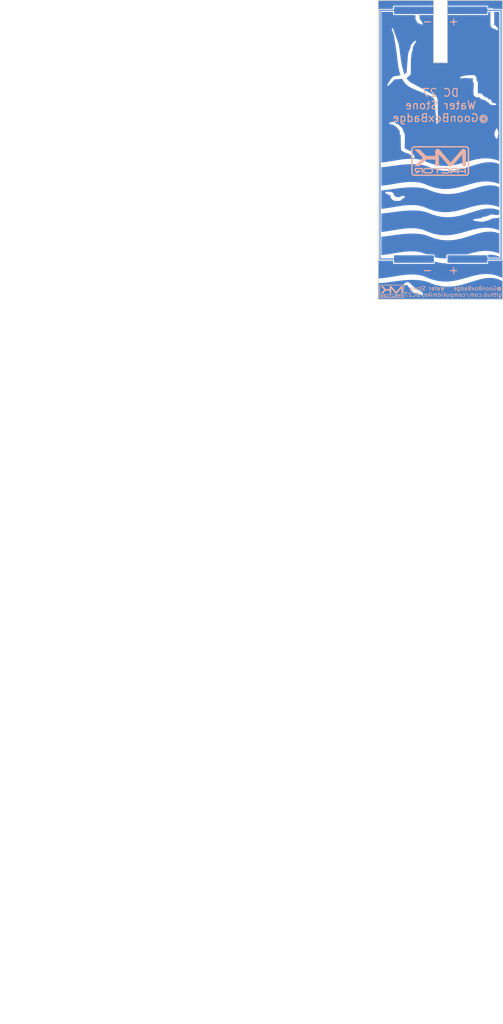
<source format=kicad_pcb>
(kicad_pcb (version 20171130) (host pcbnew "(5.1.2)-1")
  (layers (0 F.Cu signal) (31 B.Cu signal) (34 B.Paste user) (35 F.Paste user) (36 B.SilkS user) (37 F.SilkS user) (38 B.Mask user) (39 F.Mask user hide) (44 Edge.Cuts user))
  (net 0 "")
  (net 1 "Net-(BT1-Pad2)")
  (net 2 "Net-(BT1-Pad1)")
  (module WaterSide (layer F.Cu) (at -0.1016 -0.0762)
    (fp_text reference Ref** hide)
    (fp_text value Val** hide)
    (fp_poly (pts (xy -5.755309 -37.945425) (xy -5.407321 -37.945388) (xy -5.071373 -37.945323) (xy -4.748206 -37.945232) (xy -4.438562 -37.945115) (xy -4.143183 -37.944972) (xy -3.86281 -37.944803) (xy -3.598185 -37.94461) (xy -3.350049 -37.944393) (xy -3.119144 -37.944151) (xy -2.906211 -37.943886) (xy -2.711993 -37.943599) (xy -2.537231 -37.943288) (xy -2.382666 -37.942955) (xy -2.24904 -37.942601) (xy -2.137095 -37.942225) (xy -2.047572 -37.941829) (xy -1.981213 -37.941412) (xy -1.938759 -37.940975) (xy -1.920953 -37.940519) (xy -1.920875 -37.940511) (xy -1.8415 -37.932879) (xy -1.8415 -36.715795) (xy -6.887503 -36.712573) (xy -11.933506 -36.70935) (xy -11.986302 -36.674411) (xy -12.025423 -36.640908) (xy -12.05965 -36.599201) (xy -12.067925 -36.585511) (xy -12.076827 -36.567684) (xy -12.083746 -36.549328) (xy -12.088985 -36.527001) (xy -12.092846 -36.497262) (xy -12.095632 -36.456669) (xy -12.097646 -36.40178) (xy -12.09919 -36.329153) (xy -12.100569 -36.235346) (xy -12.100888 -36.210875) (xy -12.105026 -35.8902) (xy -13.809951 -35.8902) (xy -14.058057 -35.890241) (xy -14.282061 -35.890315) (xy -14.483263 -35.890351) (xy -14.662962 -35.890277) (xy -14.822455 -35.890023) (xy -14.963043 -35.889517) (xy -15.086022 -35.888686) (xy -15.192693 -35.887461) (xy -15.284353 -35.88577) (xy -15.362302 -35.88354) (xy -15.427838 -35.880701) (xy -15.482259 -35.877181) (xy -15.526865 -35.87291) (xy -15.562955 -35.867814) (xy -15.591826 -35.861824) (xy -15.614778 -35.854867) (xy -15.633108 -35.846873) (xy -15.648117 -35.837769) (xy -15.661103 -35.827485) (xy -15.673364 -35.815949) (xy -15.686199 -35.803089) (xy -15.700906 -35.788834) (xy -15.703921 -35.786052) (xy -15.773241 -35.722698) (xy -15.770146 -36.831974) (xy -15.76705 -37.94125) (xy -8.88365 -37.944697) (xy -8.466042 -37.944892) (xy -8.054541 -37.945057) (xy -7.649889 -37.945191) (xy -7.252826 -37.945296) (xy -6.864095 -37.945371) (xy -6.484438 -37.945417) (xy -6.114595 -37.945435) (xy -5.755309 -37.945425)) (layer B.Cu) (width 0.01))
    (fp_poly (pts (xy 9.379688 -37.94646) (xy 9.741661 -37.946429) (xy 10.101401 -37.946382) (xy 10.458018 -37.946317) (xy 10.810623 -37.946235) (xy 11.158326 -37.946136) (xy 11.500237 -37.94602) (xy 11.835467 -37.945887) (xy 12.163124 -37.945737) (xy 12.482321 -37.94557) (xy 12.792167 -37.945386) (xy 13.091772 -37.945185) (xy 13.380246 -37.944967) (xy 13.6567 -37.944731) (xy 13.920244 -37.944479) (xy 14.169988 -37.944209) (xy 14.405042 -37.943922) (xy 14.624518 -37.943619) (xy 14.827524 -37.943298) (xy 15.013171 -37.94296) (xy 15.180569 -37.942605) (xy 15.328829 -37.942232) (xy 15.457061 -37.941843) (xy 15.564375 -37.941436) (xy 15.649881 -37.941012) (xy 15.712689 -37.940571) (xy 15.75191 -37.940113) (xy 15.766654 -37.939638) (xy 15.766719 -37.93962) (xy 15.769808 -37.935033) (xy 15.77253 -37.922821) (xy 15.774909 -37.90153) (xy 15.776969 -37.869706) (xy 15.778732 -37.825896) (xy 15.780225 -37.768645) (xy 15.78147 -37.696499) (xy 15.782492 -37.608005) (xy 15.783314 -37.501708) (xy 15.783961 -37.376155) (xy 15.784456 -37.229892) (xy 15.784824 -37.061465) (xy 15.785088 -36.869419) (xy 15.785135 -36.822682) (xy 15.785259 -36.657184) (xy 15.785307 -36.499153) (xy 15.785283 -36.350407) (xy 15.78519 -36.212764) (xy 15.785032 -36.088043) (xy 15.784812 -35.978061) (xy 15.784534 -35.884636) (xy 15.784201 -35.809587) (xy 15.783818 -35.754731) (xy 15.783387 -35.721886) (xy 15.782979 -35.712629) (xy 15.773778 -35.721627) (xy 15.75378 -35.744391) (xy 15.738673 -35.762339) (xy 15.703825 -35.795535) (xy 15.656522 -35.82963) (xy 15.619169 -35.85101) (xy 15.540743 -35.8902) (xy 13.57481 -35.8902) (xy 13.52793 -35.927721) (xy 13.474047 -35.965468) (xy 13.416929 -35.993132) (xy 13.35058 -36.012647) (xy 13.268999 -36.025945) (xy 13.2033 -36.032301) (xy 13.110664 -36.036425) (xy 12.998813 -36.036259) (xy 12.873496 -36.032181) (xy 12.740466 -36.024568) (xy 12.605474 -36.013797) (xy 12.474271 -36.000246) (xy 12.352609 -35.984294) (xy 12.272245 -35.971189) (xy 12.23184 -35.9639) (xy 12.227795 -36.256194) (xy 12.22375 -36.548487) (xy 12.185121 -36.603411) (xy 12.151623 -36.642298) (xy 12.112071 -36.67647) (xy 12.096221 -36.686809) (xy 12.04595 -36.715283) (xy 6.950075 -36.715492) (xy 1.8542 -36.7157) (xy 1.8542 -37.932074) (xy 1.895475 -37.93951) (xy 1.910691 -37.939986) (xy 1.950367 -37.940446) (xy 2.013614 -37.940888) (xy 2.099542 -37.941314) (xy 2.20726 -37.941723) (xy 2.33588 -37.942115) (xy 2.484511 -37.94249) (xy 2.652263 -37.942849) (xy 2.838247 -37.943191) (xy 3.041574 -37.943515) (xy 3.261352 -37.943823) (xy 3.496693 -37.944114) (xy 3.746707 -37.944388) (xy 4.010504 -37.944646) (xy 4.287194 -37.944886) (xy 4.575888 -37.94511) (xy 4.875695 -37.945316) (xy 5.185726 -37.945506) (xy 5.505091 -37.945679) (xy 5.832901 -37.945834) (xy 6.168265 -37.945973) (xy 6.510294 -37.946095) (xy 6.858098 -37.9462) (xy 7.210788 -37.946288) (xy 7.567472 -37.946359) (xy 7.927263 -37.946414) (xy 8.28927 -37.946451) (xy 8.652603 -37.946471) (xy 9.016372 -37.946474) (xy 9.379688 -37.94646)) (layer B.Cu) (width 0.01))
    (fp_poly (pts (xy 12.778854 -34.794831) (xy 12.778455 -34.732857) (xy 12.77831 -34.647786) (xy 12.778408 -34.541921) (xy 12.778737 -34.417564) (xy 12.779285 -34.277016) (xy 12.780041 -34.12258) (xy 12.780992 -33.956558) (xy 12.782127 -33.781252) (xy 12.783434 -33.598963) (xy 12.784901 -33.411995) (xy 12.786517 -33.222649) (xy 12.787375 -33.12795) (xy 12.789424 -32.907147) (xy 12.791315 -32.710144) (xy 12.793133 -32.535342) (xy 12.794965 -32.381144) (xy 12.796898 -32.245951) (xy 12.799018 -32.128165) (xy 12.801412 -32.026187) (xy 12.804167 -31.938418) (xy 12.807369 -31.863261) (xy 12.811104 -31.799117) (xy 12.815459 -31.744387) (xy 12.820522 -31.697472) (xy 12.826377 -31.656775) (xy 12.833112 -31.620697) (xy 12.840813 -31.58764) (xy 12.849568 -31.556005) (xy 12.859461 -31.524193) (xy 12.870581 -31.490607) (xy 12.877079 -31.47131) (xy 12.91234 -31.377016) (xy 12.949942 -31.300397) (xy 12.994396 -31.233819) (xy 13.050212 -31.16965) (xy 13.063163 -31.156405) (xy 13.151212 -31.082958) (xy 13.252683 -31.02387) (xy 13.359494 -30.983533) (xy 13.398474 -30.974292) (xy 13.440271 -30.964563) (xy 13.465985 -30.951941) (xy 13.484695 -30.930074) (xy 13.499794 -30.903409) (xy 13.527779 -30.861126) (xy 13.565178 -30.817274) (xy 13.585366 -30.797763) (xy 13.632824 -30.762813) (xy 13.685047 -30.739574) (xy 13.747215 -30.72687) (xy 13.824507 -30.723525) (xy 13.898494 -30.726646) (xy 14.02715 -30.735254) (xy 14.285375 -30.568726) (xy 14.358047 -30.522023) (xy 14.424037 -30.479924) (xy 14.480222 -30.444397) (xy 14.523477 -30.417409) (xy 14.550678 -30.400929) (xy 14.558425 -30.396724) (xy 14.572762 -30.402875) (xy 14.60141 -30.423596) (xy 14.640438 -30.45578) (xy 14.685913 -30.496323) (xy 14.693832 -30.503664) (xy 14.814415 -30.616078) (xy 14.729617 -30.795696) (xy 14.694424 -30.868443) (xy 14.656899 -30.942992) (xy 14.620964 -31.011736) (xy 14.590539 -31.067067) (xy 14.583634 -31.078963) (xy 14.533046 -31.155217) (xy 14.473844 -31.229213) (xy 14.410697 -31.296107) (xy 14.348274 -31.35105) (xy 14.291245 -31.389197) (xy 14.278885 -31.395312) (xy 14.239849 -31.415076) (xy 14.218283 -31.433413) (xy 14.207568 -31.456953) (xy 14.204799 -31.469518) (xy 14.176496 -31.55442) (xy 14.12707 -31.628735) (xy 14.05942 -31.690123) (xy 13.976447 -31.736246) (xy 13.88105 -31.764764) (xy 13.830249 -31.771636) (xy 13.775986 -31.778272) (xy 13.743543 -31.787709) (xy 13.73004 -31.799515) (xy 13.728176 -31.817051) (xy 13.72798 -31.85651) (xy 13.729339 -31.914476) (xy 13.73214 -31.987533) (xy 13.736271 -32.072268) (xy 13.741619 -32.165263) (xy 13.74265 -32.1818) (xy 13.747228 -32.258905) (xy 13.751192 -32.336531) (xy 13.754582 -32.417083) (xy 13.757441 -32.502962) (xy 13.759811 -32.596573) (xy 13.761733 -32.700318) (xy 13.763251 -32.816601) (xy 13.764405 -32.947823) (xy 13.765239 -33.096389) (xy 13.765793 -33.264702) (xy 13.76611 -33.455164) (xy 13.766173 -33.528) (xy 13.766398 -33.693578) (xy 13.76683 -33.858965) (xy 13.767452 -34.021316) (xy 13.768241 -34.177786) (xy 13.769179 -34.325529) (xy 13.770247 -34.461699) (xy 13.771423 -34.583451) (xy 13.772688 -34.687939) (xy 13.774023 -34.772316) (xy 13.775211 -34.826575) (xy 13.783567 -35.1409) (xy 15.0749 -35.1409) (xy 15.0749 -16.127642) (xy 15.074899 -15.288091) (xy 15.074896 -14.473564) (xy 15.07489 -13.683681) (xy 15.074882 -12.918067) (xy 15.074871 -12.176344) (xy 15.074855 -11.458135) (xy 15.074836 -10.763062) (xy 15.074812 -10.090748) (xy 15.074782 -9.440816) (xy 15.074747 -8.812888) (xy 15.074707 -8.206588) (xy 15.074659 -7.621538) (xy 15.074605 -7.05736) (xy 15.074544 -6.513678) (xy 15.074474 -5.990114) (xy 15.074397 -5.486291) (xy 15.074311 -5.001832) (xy 15.074216 -4.536359) (xy 15.074111 -4.089495) (xy 15.073997 -3.660864) (xy 15.073872 -3.250086) (xy 15.073736 -2.856786) (xy 15.073589 -2.480586) (xy 15.07343 -2.121109) (xy 15.073259 -1.777978) (xy 15.073076 -1.450814) (xy 15.072879 -1.139242) (xy 15.072669 -0.842883) (xy 15.072445 -0.56136) (xy 15.072207 -0.294297) (xy 15.071953 -0.041316) (xy 15.071685 0.197961) (xy 15.071401 0.42391) (xy 15.071101 0.63691) (xy 15.070784 0.837336) (xy 15.07045 1.025567) (xy 15.070099 1.20198) (xy 15.069729 1.366952) (xy 15.069342 1.52086) (xy 15.068936 1.664082) (xy 15.06851 1.796995) (xy 15.068065 1.919975) (xy 15.067599 2.033401) (xy 15.067114 2.13765) (xy 15.066607 2.233099) (xy 15.066079 2.320124) (xy 15.065528 2.399105) (xy 15.064956 2.470417) (xy 15.064361 2.534438) (xy 15.063742 2.591545) (xy 15.0631 2.642116) (xy 15.062434 2.686527) (xy 15.061744 2.725157) (xy 15.061028 2.758382) (xy 15.060287 2.78658) (xy 15.05952 2.810128) (xy 15.058727 2.829403) (xy 15.057908 2.844782) (xy 15.057061 2.856643) (xy 15.056186 2.865363) (xy 15.055283 2.871319) (xy 15.054352 2.874889) (xy 15.053392 2.876449) (xy 15.052675 2.876537) (xy 14.642412 2.72049) (xy 14.222198 2.583099) (xy 13.795956 2.465356) (xy 13.367614 2.368251) (xy 12.941096 2.292778) (xy 12.54125 2.242025) (xy 12.378958 2.226694) (xy 12.226782 2.214984) (xy 12.077366 2.206543) (xy 11.923355 2.201018) (xy 11.75739 2.198057) (xy 11.607583 2.197296) (xy 11.319961 2.201021) (xy 11.03179 2.212729) (xy 10.740945 2.232751) (xy 10.445305 2.261419) (xy 10.142744 2.299065) (xy 9.83114 2.346018) (xy 9.508368 2.402612) (xy 9.172306 2.469176) (xy 8.820828 2.546044) (xy 8.451813 2.633544) (xy 8.063135 2.73201) (xy 7.89305 2.77684) (xy 7.846095 2.789563) (xy 7.777116 2.808561) (xy 7.688519 2.833159) (xy 7.58271 2.862681) (xy 7.462095 2.896454) (xy 7.32908 2.933801) (xy 7.186072 2.974048) (xy 7.035477 3.016521) (xy 6.879702 3.060545) (xy 6.721152 3.105444) (xy 6.69925 3.111653) (xy 6.48743 3.171689) (xy 6.297946 3.225319) (xy 6.128707 3.273118) (xy 5.977624 3.315656) (xy 5.84261 3.353506) (xy 5.721576 3.387241) (xy 5.612432 3.417432) (xy 5.51309 3.444651) (xy 5.421461 3.469472) (xy 5.335457 3.492466) (xy 5.252989 3.514205) (xy 5.171969 3.535262) (xy 5.090306 3.556208) (xy 5.005914 3.577617) (xy 4.916702 3.60006) (xy 4.914069 3.60072) (xy 4.510835 3.69852) (xy 4.126581 3.784781) (xy 3.75797 3.860086) (xy 3.401662 3.925021) (xy 3.054318 3.980169) (xy 2.712599 4.026115) (xy 2.373167 4.063443) (xy 2.159 4.082797) (xy 2.094217 4.087588) (xy 2.012791 4.092699) (xy 1.918655 4.097964) (xy 1.81574 4.103217) (xy 1.707979 4.10829) (xy 1.599306 4.113018) (xy 1.493652 4.117235) (xy 1.39495 4.120773) (xy 1.307133 4.123467) (xy 1.234133 4.12515) (xy 1.179883 4.125656) (xy 1.1557 4.125243) (xy 1.130336 4.124316) (xy 1.083883 4.122705) (xy 1.02064 4.120556) (xy 0.944903 4.118013) (xy 0.860971 4.115224) (xy 0.81915 4.113844) (xy 0.311811 4.085301) (xy -0.194566 4.033023) (xy -0.700667 3.956842) (xy -1.207183 3.856596) (xy -1.714799 3.732117) (xy -2.224205 3.583243) (xy -2.736088 3.409807) (xy -3.251136 3.211644) (xy -3.65125 3.041691) (xy -3.853171 2.954141) (xy -4.038313 2.877688) (xy -4.211777 2.81052) (xy -4.378662 2.750828) (xy -4.544066 2.6968) (xy -4.713089 2.646626) (xy -4.890829 2.598495) (xy -4.922183 2.590411) (xy -5.275442 2.508636) (xy -5.641557 2.441126) (xy -6.021395 2.387851) (xy -6.415826 2.348785) (xy -6.825719 2.323899) (xy -7.251942 2.313165) (xy -7.695365 2.316555) (xy -8.156855 2.334042) (xy -8.637283 2.365598) (xy -9.137517 2.411194) (xy -9.447337 2.445258) (xy -9.630401 2.467245) (xy -9.817883 2.491058) (xy -10.011882 2.517017) (xy -10.214501 2.545437) (xy -10.427841 2.576637) (xy -10.654005 2.610933) (xy -10.895092 2.648644) (xy -11.153206 2.690087) (xy -11.430447 2.735578) (xy -11.728917 2.785435) (xy -11.96975 2.826188) (xy -12.239504 2.871944) (xy -12.486151 2.913526) (xy -12.711586 2.951229) (xy -12.917708 2.98535) (xy -13.106411 3.016184) (xy -13.279593 3.044027) (xy -13.439151 3.069174) (xy -13.586979 3.091922) (xy -13.724975 3.112566) (xy -13.855036 3.131402) (xy -13.979057 3.148725) (xy -14.098935 3.164832) (xy -14.216567 3.180018) (xy -14.3256 3.193572) (xy -14.429751 3.205956) (xy -14.536685 3.218061) (xy -14.642595 3.229507) (xy -14.743677 3.239919) (xy -14.836124 3.248917) (xy -14.916132 3.256124) (xy -14.979894 3.261163) (xy -15.023604 3.263655) (xy -15.033625 3.263856) (xy -15.0749 3.2639) (xy -15.0749 -6.879249) (xy -13.00549 -6.879249) (xy -13.00197 -6.7067) (xy -12.99845 -6.53415) (xy -12.709046 -6.47547) (xy -12.515922 -6.439387) (xy -12.345119 -6.414005) (xy -12.218748 -6.400907) (xy -12.017854 -6.385025) (xy -11.930302 -6.283728) (xy -11.892806 -6.240939) (xy -11.859761 -6.205478) (xy -11.827594 -6.174703) (xy -11.792734 -6.145971) (xy -11.751611 -6.116639) (xy -11.70065 -6.084064) (xy -11.636282 -6.045605) (xy -11.554935 -5.998616) (xy -11.511214 -5.97363) (xy -11.268578 -5.835176) (xy -10.933364 -5.468626) (xy -10.8581 -5.386221) (xy -10.787369 -5.308581) (xy -10.72321 -5.237957) (xy -10.667662 -5.176602) (xy -10.622763 -5.126769) (xy -10.590551 -5.090709) (xy -10.573065 -5.070676) (xy -10.571532 -5.068813) (xy -10.556953 -5.045706) (xy -10.534666 -5.0044) (xy -10.507242 -4.949921) (xy -10.477252 -4.887297) (xy -10.463582 -4.85775) (xy -10.38225 -4.67995) (xy -10.38225 -4.057473) (xy -10.341617 -3.975012) (xy -10.313616 -3.926963) (xy -10.274517 -3.870989) (xy -10.231366 -3.816945) (xy -10.217244 -3.801002) (xy -10.133504 -3.709453) (xy -10.102875 -1.934102) (xy -10.097847 -1.647854) (xy -10.093072 -1.386772) (xy -10.088544 -1.150625) (xy -10.084258 -0.939178) (xy -10.080208 -0.7522) (xy -10.076388 -0.589458) (xy -10.072793 -0.450719) (xy -10.069416 -0.335752) (xy -10.066251 -0.244323) (xy -10.063295 -0.176201) (xy -10.060539 -0.131152) (xy -10.057979 -0.108944) (xy -10.057728 -0.10795) (xy -10.033914 -0.044349) (xy -9.997896 0.028392) (xy -9.954874 0.100911) (xy -9.910045 0.163846) (xy -9.900177 0.175803) (xy -9.817435 0.263587) (xy -9.723264 0.345437) (xy -9.614363 0.423695) (xy -9.487432 0.500702) (xy -9.339167 0.5788) (xy -9.31545 0.590476) (xy -9.235184 0.629146) (xy -9.161287 0.663362) (xy -9.089549 0.694779) (xy -9.015758 0.725057) (xy -8.935703 0.755854) (xy -8.845172 0.788826) (xy -8.739953 0.825631) (xy -8.615835 0.867927) (xy -8.57885 0.880398) (xy -8.483808 0.912229) (xy -8.408913 0.936727) (xy -8.350304 0.954856) (xy -8.304119 0.967576) (xy -8.266498 0.97585) (xy -8.233581 0.980639) (xy -8.201505 0.982907) (xy -8.16641 0.983613) (xy -8.164511 0.983625) (xy -8.054971 0.98425) (xy -7.764461 1.239951) (xy -7.604745 1.382692) (xy -7.464332 1.512968) (xy -7.341512 1.63258) (xy -7.234574 1.74333) (xy -7.141806 1.847022) (xy -7.0615 1.945457) (xy -6.991944 2.040438) (xy -6.961284 2.086238) (xy -6.905817 2.1717) (xy -6.774815 2.1717) (xy -6.71495 2.171186) (xy -6.675822 2.169146) (xy -6.65278 2.164827) (xy -6.641173 2.157479) (xy -6.637157 2.149475) (xy -6.622255 2.082991) (xy -6.611679 2.002578) (xy -6.606537 1.919501) (xy -6.607651 1.848968) (xy -6.615575 1.778586) (xy -6.630547 1.709074) (xy -6.654003 1.637244) (xy -6.68738 1.559907) (xy -6.732115 1.473876) (xy -6.789645 1.375962) (xy -6.861407 1.262977) (xy -6.894276 1.213064) (xy -7.022799 1.023529) (xy -7.142038 0.856319) (xy -7.252857 0.710474) (xy -7.356116 0.585034) (xy -7.452678 0.479036) (xy -7.543403 0.391522) (xy -7.629155 0.32153) (xy -7.710795 0.268099) (xy -7.768035 0.239113) (xy -7.819717 0.22255) (xy -7.889245 0.211423) (xy -7.95477 0.206252) (xy -8.083219 0.199174) (xy -8.330843 0.059478) (xy -8.464502 -0.014511) (xy -8.590696 -0.081593) (xy -8.706053 -0.140063) (xy -8.807203 -0.188217) (xy -8.890777 -0.224351) (xy -8.897689 -0.2271) (xy -8.930767 -0.245268) (xy -8.974086 -0.276029) (xy -9.020091 -0.31385) (xy -9.036769 -0.328981) (xy -9.123711 -0.410312) (xy -9.094505 -1.249731) (xy -9.089164 -1.405982) (xy -9.083926 -1.564427) (xy -9.078894 -1.721616) (xy -9.074171 -1.874098) (xy -9.06986 -2.018425) (xy -9.066065 -2.151145) (xy -9.062888 -2.26881) (xy -9.060432 -2.367969) (xy -9.058808 -2.44475) (xy -9.0579 -2.530055) (xy -9.057928 -2.630126) (xy -9.058809 -2.742204) (xy -9.060458 -2.86353) (xy -9.06279 -2.991343) (xy -9.065721 -3.122885) (xy -9.069165 -3.255395) (xy -9.073039 -3.386113) (xy -9.077258 -3.512281) (xy -9.081737 -3.631137) (xy -9.086391 -3.739922) (xy -9.091136 -3.835877) (xy -9.095888 -3.916241) (xy -9.098409 -3.9497) (xy 13.826649 -3.9497) (xy 13.827677 -3.870438) (xy 13.832058 -3.799136) (xy 13.840919 -3.731811) (xy 13.855384 -3.664477) (xy 13.876579 -3.59315) (xy 13.905629 -3.513846) (xy 13.943659 -3.42258) (xy 13.991795 -3.315366) (xy 14.027507 -3.2385) (xy 14.080538 -3.123381) (xy 14.123476 -3.025556) (xy 14.158425 -2.940041) (xy 14.187489 -2.861851) (xy 14.192325 -2.847975) (xy 14.202571 -2.840997) (xy 14.229457 -2.836194) (xy 14.275639 -2.833328) (xy 14.343773 -2.832157) (xy 14.367499 -2.8321) (xy 14.537195 -2.8321) (xy 14.596022 -3.019425) (xy 14.660323 -3.230477) (xy 14.714606 -3.422841) (xy 14.759889 -3.600703) (xy 14.797193 -3.768253) (xy 14.827537 -3.929678) (xy 14.845719 -4.04495) (xy 14.863322 -4.188806) (xy 14.870524 -4.31512) (xy 14.866243 -4.42924) (xy 14.849397 -4.536513) (xy 14.818904 -4.642284) (xy 14.773682 -4.751902) (xy 14.712648 -4.870711) (xy 14.660153 -4.961849) (xy 14.629709 -5.015081) (xy 14.591788 -5.084584) (xy 14.549907 -5.163735) (xy 14.507581 -5.245906) (xy 14.476141 -5.3086) (xy 14.366255 -5.53085) (xy 14.261971 -5.31495) (xy 14.188526 -5.161899) (xy 14.125749 -5.028679) (xy 14.072534 -4.912617) (xy 14.027775 -4.811039) (xy 13.990367 -4.721271) (xy 13.959203 -4.640638) (xy 13.933178 -4.566467) (xy 13.911185 -4.496083) (xy 13.892119 -4.426812) (xy 13.888024 -4.410725) (xy 13.862668 -4.303175) (xy 13.845034 -4.210524) (xy 13.833939 -4.123884) (xy 13.8282 -4.034365) (xy 13.826649 -3.9497) (xy -9.098409 -3.9497) (xy -9.100561 -3.978256) (xy -9.105071 -4.01916) (xy -9.107468 -4.031722) (xy -9.133932 -4.10604) (xy -9.173557 -4.176222) (xy -9.22982 -4.24755) (xy -9.291364 -4.311136) (xy -9.398 -4.414233) (xy -9.398 -4.491855) (xy -9.400256 -4.537348) (xy -9.406345 -4.598631) (xy -9.415249 -4.666561) (xy -9.422688 -4.713613) (xy -9.471289 -4.923925) (xy -9.543156 -5.124218) (xy -9.637888 -5.313695) (xy -9.755085 -5.491559) (xy -9.894345 -5.65701) (xy -9.89965 -5.662604) (xy -9.935795 -5.699221) (xy -9.986182 -5.74833) (xy -10.0483 -5.807633) (xy -10.119639 -5.874834) (xy -10.197692 -5.947636) (xy -10.279947 -6.023742) (xy -10.363895 -6.100854) (xy -10.447026 -6.176676) (xy -10.526831 -6.248912) (xy -10.6008 -6.315263) (xy -10.666424 -6.373434) (xy -10.721192 -6.421127) (xy -10.762595 -6.456045) (xy -10.788124 -6.475892) (xy -10.78865 -6.476252) (xy -10.815194 -6.491366) (xy -10.860974 -6.514289) (xy -10.921785 -6.543049) (xy -10.993423 -6.575675) (xy -11.071681 -6.610193) (xy -11.103844 -6.624066) (xy -11.368237 -6.73735) (xy -11.510244 -6.861366) (xy -11.596603 -6.933616) (xy -11.672266 -6.988331) (xy -11.742737 -7.027533) (xy -11.813524 -7.053248) (xy -11.890133 -7.067499) (xy -11.978071 -7.07231) (xy -12.0777 -7.069954) (xy -12.158175 -7.064434) (xy -12.241258 -7.055001) (xy -12.330852 -7.040929) (xy -12.430862 -7.021493) (xy -12.54519 -6.995964) (xy -12.677741 -6.963619) (xy -12.75432 -6.944082) (xy -13.00549 -6.879249) (xy -15.0749 -6.879249) (xy -15.0749 -16.450869) (xy -13.565864 -16.450869) (xy -13.557647 -16.439133) (xy -13.533271 -16.416309) (xy -13.497331 -16.385954) (xy -13.454421 -16.351625) (xy -13.409136 -16.316879) (xy -13.36607 -16.285272) (xy -13.329819 -16.260362) (xy -13.304976 -16.245704) (xy -13.297733 -16.2433) (xy -13.287445 -16.25224) (xy -13.260833 -16.278189) (xy -13.21917 -16.319845) (xy -13.163733 -16.375903) (xy -13.095795 -16.44506) (xy -13.016633 -16.526011) (xy -12.927521 -16.617454) (xy -12.829735 -16.718084) (xy -12.72455 -16.826597) (xy -12.61324 -16.941691) (xy -12.505888 -17.052925) (xy -12.389371 -17.173734) (xy -12.277367 -17.28978) (xy -12.171204 -17.399694) (xy -12.072206 -17.502107) (xy -11.9817 -17.595651) (xy -11.901012 -17.678955) (xy -11.831467 -17.750652) (xy -11.774392 -17.809372) (xy -11.731112 -17.853747) (xy -11.702954 -17.882406) (xy -11.691713 -17.89356) (xy -11.679634 -17.903875) (xy -11.666308 -17.911779) (xy -11.648141 -17.917762) (xy -11.621543 -17.922314) (xy -11.58292 -17.925924) (xy -11.528681 -17.929081) (xy -11.455234 -17.932275) (xy -11.38849 -17.934869) (xy -11.303552 -17.938779) (xy -11.201723 -17.944569) (xy -11.086161 -17.951977) (xy -10.960022 -17.960739) (xy -10.826463 -17.970593) (xy -10.688644 -17.981275) (xy -10.54972 -17.992523) (xy -10.412849 -18.004073) (xy -10.281189 -18.015662) (xy -10.157897 -18.027028) (xy -10.04613 -18.037907) (xy -9.949045 -18.048036) (xy -9.869801 -18.057152) (xy -9.811554 -18.064993) (xy -9.795672 -18.067568) (xy -9.774992 -18.069981) (xy -9.759742 -18.065685) (xy -9.745496 -18.050388) (xy -9.727831 -18.019799) (xy -9.709612 -17.984118) (xy -9.672794 -17.914275) (xy -9.6251 -17.828725) (xy -9.569747 -17.732893) (xy -9.509953 -17.632203) (xy -9.448936 -17.532079) (xy -9.389915 -17.437945) (xy -9.339881 -17.3609) (xy -9.176155 -17.131813) (xy -8.997922 -16.916726) (xy -8.803016 -16.713523) (xy -8.589272 -16.52009) (xy -8.354526 -16.334312) (xy -8.120514 -16.169914) (xy -7.954949 -16.062971) (xy -7.783907 -15.959299) (xy -7.605165 -15.857808) (xy -7.416501 -15.757407) (xy -7.215694 -15.657007) (xy -7.000522 -15.555517) (xy -6.768763 -15.451848) (xy -6.518195 -15.344908) (xy -6.246597 -15.233609) (xy -6.06425 -15.160981) (xy -5.831761 -15.069229) (xy -5.621413 -14.986056) (xy -5.431679 -14.910826) (xy -5.26103 -14.842903) (xy -5.10794 -14.781652) (xy -4.970879 -14.726437) (xy -4.84832 -14.676622) (xy -4.738735 -14.631573) (xy -4.640596 -14.590652) (xy -4.552375 -14.553224) (xy -4.472544 -14.518654) (xy -4.399575 -14.486306) (xy -4.33194 -14.455544) (xy -4.268111 -14.425733) (xy -4.20656 -14.396236) (xy -4.14576 -14.366419) (xy -4.102101 -14.344651) (xy -4.04176 -14.315011) (xy -3.965922 -14.278693) (xy -3.882298 -14.23934) (xy -3.7986 -14.200594) (xy -3.7549 -14.180667) (xy -3.70601 -14.158638) (xy -3.657646 -14.137136) (xy -3.607514 -14.115204) (xy -3.553317 -14.091883) (xy -3.49276 -14.066215) (xy -3.423549 -14.037242) (xy -3.343387 -14.004005) (xy -3.249979 -13.965545) (xy -3.141029 -13.920904) (xy -3.014244 -13.869125) (xy -2.867326 -13.809248) (xy -2.78765 -13.776807) (xy -2.593337 -13.694485) (xy -2.422219 -13.614876) (xy -2.272392 -13.536795) (xy -2.141953 -13.459053) (xy -2.028999 -13.380465) (xy -1.931625 -13.299843) (xy -1.847929 -13.216) (xy -1.8026 -13.162545) (xy -1.700122 -13.013657) (xy -1.615517 -12.846972) (xy -1.548696 -12.662304) (xy -1.522774 -12.56665) (xy -1.51907 -12.546437) (xy -1.514152 -12.510917) (xy -1.50796 -12.459479) (xy -1.500438 -12.39151) (xy -1.491529 -12.3064) (xy -1.481175 -12.203536) (xy -1.469319 -12.082306) (xy -1.455903 -11.942099) (xy -1.440869 -11.782303) (xy -1.424161 -11.602306) (xy -1.405722 -11.401497) (xy -1.385493 -11.179263) (xy -1.363417 -10.934993) (xy -1.339437 -10.668076) (xy -1.313495 -10.377899) (xy -1.285534 -10.063851) (xy -1.255497 -9.725319) (xy -1.244507 -9.6012) (xy -1.220767 -9.333106) (xy -1.197565 -9.071333) (xy -1.175005 -8.817035) (xy -1.153188 -8.571367) (xy -1.132218 -8.335484) (xy -1.112199 -8.110538) (xy -1.093233 -7.897684) (xy -1.075424 -7.698077) (xy -1.058875 -7.512871) (xy -1.043689 -7.343219) (xy -1.029969 -7.190276) (xy -1.017819 -7.055196) (xy -1.007341 -6.939133) (xy -0.998639 -6.843242) (xy -0.991816 -6.768676) (xy -0.986975 -6.716589) (xy -0.984219 -6.688136) (xy -0.98369 -6.683375) (xy -0.976344 -6.6294) (xy -0.5842 -6.6294) (xy -0.584895 -6.772275) (xy -0.585175 -6.798313) (xy -0.585869 -6.848544) (xy -0.586958 -6.921762) (xy -0.588423 -7.016765) (xy -0.590243 -7.132347) (xy -0.592399 -7.267306) (xy -0.594871 -7.420438) (xy -0.597639 -7.590537) (xy -0.600683 -7.7764) (xy -0.603985 -7.976823) (xy -0.607523 -8.190603) (xy -0.611278 -8.416534) (xy -0.615231 -8.653414) (xy -0.619362 -8.900037) (xy -0.623651 -9.1552) (xy -0.628078 -9.4177) (xy -0.632624 -9.686331) (xy -0.634518 -9.79805) (xy -0.683448 -12.68095) (xy -0.722138 -12.8651) (xy -0.756865 -13.016936) (xy -0.792925 -13.146244) (xy -0.831539 -13.255895) (xy -0.873928 -13.348761) (xy -0.921314 -13.427713) (xy -0.974919 -13.495624) (xy -1.002772 -13.524703) (xy -1.019993 -13.541109) (xy -1.038517 -13.55727) (xy -1.06003 -13.574175) (xy -1.086219 -13.592815) (xy -1.118769 -13.61418) (xy -1.159367 -13.639258) (xy -1.209699 -13.66904) (xy -1.271451 -13.704516) (xy -1.346309 -13.746675) (xy -1.43596 -13.796507) (xy -1.54209 -13.855001) (xy -1.666384 -13.923149) (xy -1.810529 -14.001938) (xy -1.88595 -14.04311) (xy -2.020195 -14.116376) (xy -2.143512 -14.183684) (xy -2.257834 -14.246092) (xy -2.365092 -14.304655) (xy -2.467219 -14.360432) (xy -2.566147 -14.41448) (xy -2.663808 -14.467855) (xy -2.762135 -14.521614) (xy -2.863061 -14.576815) (xy -2.968516 -14.634515) (xy -3.080434 -14.695771) (xy -3.200747 -14.76164) (xy -3.331387 -14.833178) (xy -3.474287 -14.911444) (xy -3.631378 -14.997495) (xy -3.804593 -15.092386) (xy -3.995864 -15.197176) (xy -4.207124 -15.312922) (xy -4.24815 -15.3354) (xy -4.410177 -15.424171) (xy -4.583917 -15.519357) (xy -4.765295 -15.618725) (xy -4.950236 -15.720042) (xy -5.134664 -15.821077) (xy -5.314504 -15.919595) (xy -5.485679 -16.013365) (xy -5.644115 -16.100153) (xy -5.785736 -16.177727) (xy -5.8293 -16.201589) (xy -5.964608 -16.275449) (xy -6.10279 -16.350408) (xy -6.240611 -16.42474) (xy -6.374834 -16.496719) (xy -6.502224 -16.564619) (xy -6.619545 -16.626715) (xy -6.723563 -16.681279) (xy -6.811041 -16.726586) (xy -6.86435 -16.753706) (xy -7.039858 -16.843016) (xy -7.194538 -16.924114) (xy -7.33101 -16.998547) (xy -7.451896 -17.067864) (xy -7.559818 -17.133613) (xy -7.657396 -17.197343) (xy -7.747252 -17.260601) (xy -7.832007 -17.324936) (xy -7.833529 -17.326134) (xy -7.908623 -17.38892) (xy -7.992453 -17.46501) (xy -8.079119 -17.548572) (xy -8.16272 -17.633772) (xy -8.237357 -17.714776) (xy -8.292572 -17.78) (xy -8.325258 -17.822606) (xy -8.364481 -17.876321) (xy -8.407819 -17.937539) (xy -8.452852 -18.002656) (xy -8.497158 -18.068066) (xy -8.538314 -18.130165) (xy -8.573901 -18.185345) (xy -8.601496 -18.230004) (xy -8.618679 -18.260534) (xy -8.6233 -18.272422) (xy -8.612484 -18.285059) (xy -8.585956 -18.298263) (xy -8.581036 -18.299979) (xy -8.536152 -18.320151) (xy -8.479926 -18.353084) (xy -8.419322 -18.393929) (xy -8.361303 -18.437839) (xy -8.312871 -18.479932) (xy 5.036434 -18.479932) (xy 5.038075 -18.465993) (xy 5.045309 -18.433284) (xy 5.056625 -18.387424) (xy 5.070516 -18.334031) (xy 5.085472 -18.278722) (xy 5.099985 -18.227115) (xy 5.112545 -18.184828) (xy 5.121644 -18.157479) (xy 5.124929 -18.150439) (xy 5.137755 -18.15102) (xy 5.172803 -18.154158) (xy 5.227063 -18.159525) (xy 5.29752 -18.166792) (xy 5.381163 -18.175632) (xy 5.474978 -18.185717) (xy 5.575953 -18.196719) (xy 5.681076 -18.208311) (xy 5.787333 -18.220165) (xy 5.891713 -18.231952) (xy 5.991202 -18.243346) (xy 6.082788 -18.254017) (xy 6.1468 -18.261629) (xy 6.179961 -18.263246) (xy 6.237967 -18.263161) (xy 6.320322 -18.261391) (xy 6.42653 -18.257954) (xy 6.556093 -18.252868) (xy 6.708516 -18.24615) (xy 6.883301 -18.237818) (xy 7.0485 -18.229511) (xy 7.197515 -18.221873) (xy 7.344537 -18.214359) (xy 7.486669 -18.207115) (xy 7.621013 -18.200287) (xy 7.744673 -18.194023) (xy 7.854753 -18.188469) (xy 7.948354 -18.183772) (xy 8.022581 -18.180079) (xy 8.074537 -18.177536) (xy 8.0772 -18.177408) (xy 8.28675 -18.16735) (xy 8.285946 -18.0594) (xy 8.285458 -18.014262) (xy 8.284549 -17.949248) (xy 8.283307 -17.86988) (xy 8.281819 -17.781676) (xy 8.280174 -17.690158) (xy 8.279596 -17.65935) (xy 8.27405 -17.36725) (xy 8.313325 -17.2847) (xy 8.350474 -17.221009) (xy 8.402985 -17.151062) (xy 8.442897 -17.105714) (xy 8.533194 -17.009278) (xy 8.515134 -16.400864) (xy 8.510741 -16.26156) (xy 8.505671 -16.115626) (xy 8.500129 -15.968008) (xy 8.494315 -15.823655) (xy 8.488434 -15.687514) (xy 8.482686 -15.564531) (xy 8.477275 -15.459655) (xy 8.474892 -15.4178) (xy 8.467209 -15.271727) (xy 8.461152 -15.122583) (xy 8.456739 -14.973738) (xy 8.453988 -14.828557) (xy 8.452916 -14.690407) (xy 8.45354 -14.562657) (xy 8.455878 -14.448672) (xy 8.459947 -14.35182) (xy 8.465764 -14.275468) (xy 8.468859 -14.2494) (xy 8.490647 -14.115041) (xy 8.516747 -13.99498) (xy 8.546223 -13.892987) (xy 8.575873 -13.8176) (xy 8.631712 -13.725632) (xy 8.708894 -13.639099) (xy 8.803414 -13.5618) (xy 8.911267 -13.497535) (xy 8.9154 -13.495487) (xy 9.000648 -13.457108) (xy 9.088806 -13.42514) (xy 9.18318 -13.399003) (xy 9.287074 -13.378117) (xy 9.403792 -13.361903) (xy 9.536639 -13.349781) (xy 9.688919 -13.341171) (xy 9.821243 -13.336577) (xy 10.111136 -13.32865) (xy 10.146914 -13.236622) (xy 10.199339 -13.123089) (xy 10.261355 -13.030565) (xy 10.336124 -12.955488) (xy 10.426809 -12.894292) (xy 10.470721 -12.87172) (xy 10.510689 -12.855387) (xy 10.573316 -12.833405) (xy 10.656639 -12.806365) (xy 10.758695 -12.774856) (xy 10.877523 -12.739469) (xy 11.011158 -12.700794) (xy 11.157638 -12.659421) (xy 11.315001 -12.615941) (xy 11.381888 -12.597729) (xy 11.530627 -12.5574) (xy 11.699388 -12.404905) (xy 11.760678 -12.350401) (xy 11.822085 -12.297344) (xy 11.878509 -12.250031) (xy 11.924849 -12.212763) (xy 11.947927 -12.195403) (xy 12.029023 -12.144649) (xy 12.117136 -12.101668) (xy 12.20363 -12.07023) (xy 12.268245 -12.055569) (xy 12.334545 -12.04595) (xy 12.362639 -11.968326) (xy 12.418274 -11.848211) (xy 12.493433 -11.742163) (xy 12.58874 -11.649672) (xy 12.704821 -11.570228) (xy 12.842301 -11.503321) (xy 12.997701 -11.449623) (xy 13.08511 -11.427224) (xy 13.187635 -11.40565) (xy 13.295017 -11.386896) (xy 13.3858 -11.374256) (xy 13.422464 -11.371963) (xy 13.47982 -11.370909) (xy 13.553198 -11.370969) (xy 13.637925 -11.372016) (xy 13.729331 -11.373923) (xy 13.822746 -11.376565) (xy 13.913496 -11.379814) (xy 13.996913 -11.383546) (xy 14.068324 -11.387633) (xy 14.123059 -11.391948) (xy 14.1478 -11.394864) (xy 14.25575 -11.41095) (xy 14.259282 -11.577567) (xy 14.262814 -11.744183) (xy 14.227532 -11.751783) (xy 14.205039 -11.756527) (xy 14.161813 -11.765554) (xy 14.101995 -11.778003) (xy 14.029727 -11.793013) (xy 13.949148 -11.809722) (xy 13.914058 -11.81699) (xy 13.777912 -11.845825) (xy 13.663712 -11.871868) (xy 13.568344 -11.896468) (xy 13.488693 -11.920973) (xy 13.421647 -11.94673) (xy 13.364089 -11.975089) (xy 13.312907 -12.007396) (xy 13.264985 -12.045) (xy 13.21721 -12.089249) (xy 13.167896 -12.139972) (xy 13.050869 -12.264347) (xy 13.049658 -12.390099) (xy 13.047782 -12.456242) (xy 13.042817 -12.50492) (xy 13.033522 -12.544001) (xy 13.019893 -12.578651) (xy 12.982044 -12.649939) (xy 12.940111 -12.702162) (xy 12.888409 -12.741609) (xy 12.857374 -12.75838) (xy 12.826105 -12.772627) (xy 12.796391 -12.782785) (xy 12.762473 -12.789827) (xy 12.718596 -12.794728) (xy 12.659003 -12.79846) (xy 12.606443 -12.800833) (xy 12.535236 -12.804014) (xy 12.484198 -12.807313) (xy 12.448117 -12.811774) (xy 12.421778 -12.818441) (xy 12.39997 -12.828358) (xy 12.377478 -12.842571) (xy 12.369001 -12.848393) (xy 12.340313 -12.87193) (xy 12.299558 -12.910318) (xy 12.251195 -12.959122) (xy 12.199684 -13.013903) (xy 12.173281 -13.043114) (xy 12.081257 -13.1429) (xy 11.999502 -13.223278) (xy 11.924939 -13.286451) (xy 11.854489 -13.334623) (xy 11.785076 -13.369996) (xy 11.713621 -13.394774) (xy 11.666465 -13.405876) (xy 11.627755 -13.416206) (xy 11.571841 -13.434578) (xy 11.504782 -13.458836) (xy 11.432639 -13.486827) (xy 11.3919 -13.503487) (xy 11.31769 -13.534321) (xy 11.243605 -13.564871) (xy 11.176285 -13.592415) (xy 11.122372 -13.61423) (xy 11.102262 -13.622239) (xy 11.009475 -13.65885) (xy 10.973426 -13.763974) (xy 10.917278 -13.895592) (xy 10.845092 -14.008186) (xy 10.755663 -14.102946) (xy 10.647784 -14.181064) (xy 10.520248 -14.243731) (xy 10.46742 -14.263384) (xy 10.4012 -14.282684) (xy 10.319869 -14.299903) (xy 10.22092 -14.315427) (xy 10.101847 -14.329644) (xy 9.960145 -14.342941) (xy 9.9441 -14.344279) (xy 9.864362 -14.351287) (xy 9.788718 -14.358714) (xy 9.722686 -14.36596) (xy 9.671782 -14.372426) (xy 9.644547 -14.376855) (xy 9.579944 -14.390041) (xy 9.571266 -15.28667) (xy 9.569389 -15.505445) (xy 9.568237 -15.699814) (xy 9.567816 -15.87076) (xy 9.568131 -16.019265) (xy 9.569187 -16.146314) (xy 9.570989 -16.25289) (xy 9.573541 -16.339976) (xy 9.57685 -16.408555) (xy 9.577025 -16.411344) (xy 9.583572 -16.542382) (xy 9.586884 -16.673662) (xy 9.587078 -16.801253) (xy 9.584271 -16.921221) (xy 9.578583 -17.029635) (xy 9.570131 -17.122563) (xy 9.559032 -17.196071) (xy 9.552659 -17.223828) (xy 9.524681 -17.314476) (xy 9.491845 -17.390676) (xy 9.449721 -17.460083) (xy 9.393881 -17.530352) (xy 9.344025 -17.584396) (xy 9.2329 -17.699942) (xy 9.232712 -17.997146) (xy 9.231791 -18.121356) (xy 9.228603 -18.223957) (xy 9.222251 -18.308706) (xy 9.211838 -18.379356) (xy 9.196466 -18.439662) (xy 9.175238 -18.49338) (xy 9.147257 -18.544265) (xy 9.111627 -18.59607) (xy 9.079773 -18.63725) (xy 8.974323 -18.75691) (xy 8.866785 -18.854886) (xy 8.75862 -18.930025) (xy 8.651287 -18.981176) (xy 8.63858 -18.985631) (xy 8.595948 -18.998869) (xy 8.552454 -19.009622) (xy 8.50552 -19.017971) (xy 8.452567 -19.023996) (xy 8.391015 -19.027776) (xy 8.318284 -19.029392) (xy 8.231795 -19.028924) (xy 8.128968 -19.026451) (xy 8.007223 -19.022054) (xy 7.863982 -19.015813) (xy 7.7851 -19.012102) (xy 7.545552 -19.000048) (xy 7.328975 -18.987801) (xy 7.132938 -18.975073) (xy 6.955011 -18.961574) (xy 6.792763 -18.947012) (xy 6.643766 -18.931098) (xy 6.505588 -18.913542) (xy 6.375801 -18.894054) (xy 6.251974 -18.872343) (xy 6.131677 -18.84812) (xy 6.012481 -18.821095) (xy 5.891954 -18.790977) (xy 5.857982 -18.782042) (xy 5.784931 -18.761408) (xy 5.701736 -18.735848) (xy 5.611696 -18.706575) (xy 5.518109 -18.674801) (xy 5.424274 -18.641738) (xy 5.333487 -18.608601) (xy 5.249048 -18.576601) (xy 5.174255 -18.546952) (xy 5.112405 -18.520866) (xy 5.066798 -18.499556) (xy 5.04073 -18.484236) (xy 5.036434 -18.479932) (xy -8.312871 -18.479932) (xy -8.312834 -18.479964) (xy -8.292629 -18.500774) (xy -8.258442 -18.54355) (xy -8.227397 -18.58929) (xy -8.212543 -18.615682) (xy -8.197918 -18.641654) (xy -8.179654 -18.663088) (xy -8.15276 -18.683937) (xy -8.112245 -18.708154) (xy -8.061508 -18.735313) (xy -7.921685 -18.818994) (xy -7.805165 -18.911852) (xy -7.711305 -19.014591) (xy -7.639465 -19.127915) (xy -7.589001 -19.252527) (xy -7.588795 -19.2532) (xy -7.582461 -19.276186) (xy -7.576707 -19.302577) (xy -7.571492 -19.333704) (xy -7.566777 -19.370896) (xy -7.562521 -19.41548) (xy -7.558684 -19.468787) (xy -7.555228 -19.532144) (xy -7.55211 -19.606881) (xy -7.549293 -19.694326) (xy -7.546735 -19.795808) (xy -7.544397 -19.912657) (xy -7.542239 -20.0462) (xy -7.54022 -20.197767) (xy -7.538302 -20.368686) (xy -7.536443 -20.560287) (xy -7.534605 -20.773897) (xy -7.532746 -21.010847) (xy -7.531699 -21.15185) (xy -7.530135 -21.351679) (xy -7.528399 -21.54783) (xy -7.526519 -21.738416) (xy -7.524521 -21.921549) (xy -7.522433 -22.095342) (xy -7.520281 -22.257907) (xy -7.518092 -22.407358) (xy -7.515894 -22.541805) (xy -7.513712 -22.659362) (xy -7.511575 -22.758141) (xy -7.509509 -22.836255) (xy -7.507541 -22.891816) (xy -7.506587 -22.9108) (xy -7.483113 -23.249907) (xy -7.454191 -23.566718) (xy -7.419422 -23.863834) (xy -7.378409 -24.143851) (xy -7.330754 -24.409369) (xy -7.27606 -24.662986) (xy -7.213929 -24.907299) (xy -7.185946 -25.0063) (xy -7.175632 -25.046379) (xy -7.161487 -25.108261) (xy -7.144165 -25.188748) (xy -7.124319 -25.284641) (xy -7.102602 -25.392742) (xy -7.079668 -25.509854) (xy -7.05617 -25.632777) (xy -7.036776 -25.73655) (xy -6.926415 -26.33345) (xy -6.547581 -26.96845) (xy -6.47854 -27.084186) (xy -6.413402 -27.193397) (xy -6.353327 -27.294137) (xy -6.299476 -27.38446) (xy -6.253009 -27.462418) (xy -6.215086 -27.526065) (xy -6.186868 -27.573454) (xy -6.169515 -27.602639) (xy -6.164172 -27.611684) (xy -6.172073 -27.621842) (xy -6.196917 -27.643945) (xy -6.235112 -27.674996) (xy -6.283061 -27.711997) (xy -6.296916 -27.722396) (xy -6.434235 -27.824874) (xy -6.681043 -27.587211) (xy -6.758289 -27.512536) (xy -6.840133 -27.432908) (xy -6.921538 -27.353263) (xy -6.997466 -27.278538) (xy -7.062879 -27.213669) (xy -7.09295 -27.183578) (xy -7.21515 -27.054503) (xy -7.316638 -26.932539) (xy -7.399541 -26.813674) (xy -7.465984 -26.6939) (xy -7.518092 -26.569207) (xy -7.557992 -26.435586) (xy -7.587809 -26.289026) (xy -7.596198 -26.234338) (xy -7.608871 -26.156733) (xy -7.62477 -26.076203) (xy -7.641924 -26.001923) (xy -7.658363 -25.943067) (xy -7.65944 -25.93975) (xy -7.674816 -25.898681) (xy -7.699738 -25.838976) (xy -7.732378 -25.764711) (xy -7.770905 -25.679959) (xy -7.81349 -25.588796) (xy -7.858303 -25.495295) (xy -7.867603 -25.4762) (xy -7.913133 -25.381502) (xy -7.957165 -25.287168) (xy -7.99778 -25.197518) (xy -8.033057 -25.116873) (xy -8.061077 -25.049553) (xy -8.079919 -24.99988) (xy -8.082039 -24.9936) (xy -8.096978 -24.942995) (xy -8.115291 -24.872769) (xy -8.135713 -24.788274) (xy -8.156974 -24.69486) (xy -8.177808 -24.597879) (xy -8.190334 -24.5364) (xy -8.254778 -24.21255) (xy -8.362403 -22.9489) (xy -8.379591 -22.744693) (xy -8.397431 -22.528243) (xy -8.415622 -22.303464) (xy -8.433862 -22.074268) (xy -8.451848 -21.844568) (xy -8.469277 -21.618276) (xy -8.485848 -21.399304) (xy -8.501257 -21.191565) (xy -8.515204 -20.998972) (xy -8.527384 -20.825436) (xy -8.533675 -20.73275) (xy -8.544081 -20.577461) (xy -8.554158 -20.427967) (xy -8.563755 -20.286445) (xy -8.572722 -20.15507) (xy -8.580908 -20.036021) (xy -8.588162 -19.931473) (xy -8.594336 -19.843604) (xy -8.599278 -19.774591) (xy -8.602838 -19.726609) (xy -8.604843 -19.702077) (xy -8.612365 -19.623904) (xy -8.709908 -19.566779) (xy -8.831044 -19.485665) (xy -8.937146 -19.393937) (xy -9.024094 -19.2954) (xy -9.059782 -19.243675) (xy -9.080372 -19.212738) (xy -9.095776 -19.193212) (xy -9.100409 -19.1897) (xy -9.109649 -19.201164) (xy -9.126282 -19.233591) (xy -9.149128 -19.284031) (xy -9.17701 -19.349538) (xy -9.208749 -19.427164) (xy -9.243166 -19.513961) (xy -9.279082 -19.606981) (xy -9.315321 -19.703275) (xy -9.350701 -19.799897) (xy -9.384047 -19.893898) (xy -9.397422 -19.93265) (xy -9.498298 -20.242699) (xy -9.592273 -20.563144) (xy -9.679993 -20.896657) (xy -9.762102 -21.245913) (xy -9.839246 -21.613582) (xy -9.912071 -22.002338) (xy -9.949271 -22.21865) (xy -9.968431 -22.334425) (xy -9.986694 -22.447201) (xy -10.004399 -22.559375) (xy -10.021886 -22.673345) (xy -10.039494 -22.791509) (xy -10.057563 -22.916266) (xy -10.07643 -23.050012) (xy -10.096437 -23.195147) (xy -10.117921 -23.354067) (xy -10.141223 -23.52917) (xy -10.166682 -23.722856) (xy -10.194636 -23.93752) (xy -10.217905 -24.1173) (xy -10.238578 -24.277033) (xy -10.259214 -24.435858) (xy -10.279444 -24.590976) (xy -10.298899 -24.739586) (xy -10.317212 -24.878887) (xy -10.334012 -25.006078) (xy -10.348932 -25.118358) (xy -10.361602 -25.212928) (xy -10.371654 -25.286985) (xy -10.37675 -25.3238) (xy -10.402843 -25.50399) (xy -10.431742 -25.693014) (xy -10.462758 -25.886944) (xy -10.495205 -26.081856) (xy -10.528395 -26.273823) (xy -10.561641 -26.458919) (xy -10.594255 -26.633218) (xy -10.62555 -26.792794) (xy -10.654839 -26.933722) (xy -10.672985 -27.015701) (xy -10.682262 -27.048541) (xy -10.700443 -27.104787) (xy -10.727538 -27.184468) (xy -10.763559 -27.287614) (xy -10.808516 -27.414255) (xy -10.862419 -27.56442) (xy -10.92528 -27.738139) (xy -10.997108 -27.935442) (xy -11.077916 -28.156357) (xy -11.167712 -28.400915) (xy -11.266509 -28.669145) (xy -11.374317 -28.961077) (xy -11.417063 -29.07665) (xy -11.495713 -29.289187) (xy -11.571969 -29.495208) (xy -11.645366 -29.693458) (xy -11.715439 -29.882683) (xy -11.781723 -30.061628) (xy -11.843751 -30.229036) (xy -11.901059 -30.383654) (xy -11.953181 -30.524225) (xy -11.999652 -30.649494) (xy -12.040007 -30.758207) (xy -12.073779 -30.849108) (xy -12.100504 -30.920942) (xy -12.119716 -30.972453) (xy -12.13095 -31.002387) (xy -12.133877 -31.009953) (xy -12.146145 -31.007244) (xy -12.176798 -30.997475) (xy -12.220466 -30.982579) (xy -12.27178 -30.96449) (xy -12.325371 -30.945141) (xy -12.37587 -30.926466) (xy -12.417906 -30.910399) (xy -12.446111 -30.898873) (xy -12.455039 -30.894295) (xy -12.45224 -30.881365) (xy -12.441783 -30.8463) (xy -12.424289 -30.790981) (xy -12.400382 -30.717286) (xy -12.370683 -30.627093) (xy -12.335814 -30.522281) (xy -12.296398 -30.404729) (xy -12.253057 -30.276315) (xy -12.206413 -30.138919) (xy -12.157089 -29.994418) (xy -12.154911 -29.988057) (xy -11.847251 -29.08935) (xy -11.511218 -26.91765) (xy -11.466581 -26.629108) (xy -11.425624 -26.364128) (xy -11.388129 -26.121177) (xy -11.353878 -25.898719) (xy -11.322653 -25.695218) (xy -11.294234 -25.509138) (xy -11.268405 -25.338946) (xy -11.244947 -25.183104) (xy -11.223641 -25.040077) (xy -11.204271 -24.90833) (xy -11.186616 -24.786328) (xy -11.170461 -24.672535) (xy -11.155585 -24.565416) (xy -11.141771 -24.463435) (xy -11.128801 -24.365056) (xy -11.116457 -24.268745) (xy -11.104521 -24.172966) (xy -11.092773 -24.076183) (xy -11.080997 -23.976861) (xy -11.068974 -23.873464) (xy -11.056486 -23.764457) (xy -11.043315 -23.648305) (xy -11.030326 -23.5331) (xy -10.998248 -23.250315) (xy -10.96826 -22.990658) (xy -10.940076 -22.751969) (xy -10.913415 -22.532088) (xy -10.887991 -22.328854) (xy -10.863523 -22.140106) (xy -10.839727 -21.963685) (xy -10.816319 -21.797429) (xy -10.793015 -21.639179) (xy -10.769533 -21.486773) (xy -10.745589 -21.338052) (xy -10.730447 -21.2471) (xy -10.649881 -20.804167) (xy -10.561015 -20.383014) (xy -10.46326 -19.98122) (xy -10.356025 -19.596366) (xy -10.238721 -19.22603) (xy -10.235845 -19.217501) (xy -10.211789 -19.145423) (xy -10.191179 -19.082054) (xy -10.175185 -19.031126) (xy -10.164978 -18.996372) (xy -10.161726 -18.981525) (xy -10.161833 -18.981275) (xy -10.174882 -18.978275) (xy -10.210314 -18.971213) (xy -10.265525 -18.96058) (xy -10.337909 -18.946869) (xy -10.424861 -18.930572) (xy -10.523777 -18.91218) (xy -10.632052 -18.892185) (xy -10.6934 -18.880911) (xy -10.874739 -18.848289) (xy -11.032043 -18.821378) (xy -11.166003 -18.80007) (xy -11.277309 -18.784258) (xy -11.366651 -18.773836) (xy -11.4046 -18.770514) (xy -11.549876 -18.757531) (xy -11.673339 -18.741442) (xy -11.778477 -18.721396) (xy -11.868775 -18.696539) (xy -11.947722 -18.666017) (xy -12.018804 -18.628979) (xy -12.042096 -18.614559) (xy -12.078232 -18.587308) (xy -12.127433 -18.544545) (xy -12.186056 -18.489891) (xy -12.250459 -18.426966) (xy -12.316999 -18.359388) (xy -12.382033 -18.290777) (xy -12.441917 -18.224754) (xy -12.485777 -18.1737) (xy -12.59368 -18.038884) (xy -12.70159 -17.893693) (xy -12.811556 -17.73513) (xy -12.925625 -17.560196) (xy -13.045849 -17.365894) (xy -13.102111 -17.272) (xy -13.142052 -17.204205) (xy -13.187217 -17.126629) (xy -13.235967 -17.042169) (xy -13.286665 -16.953726) (xy -13.337674 -16.864197) (xy -13.387358 -16.776483) (xy -13.434078 -16.693482) (xy -13.476197 -16.618092) (xy -13.512079 -16.553212) (xy -13.540086 -16.501743) (xy -13.55858 -16.466581) (xy -13.565864 -16.450869) (xy -15.0749 -16.450869) (xy -15.0749 -35.1409) (xy -13.589963 -35.140901) (xy -12.105026 -35.140901) (xy -12.100888 -34.820226) (xy -12.099537 -34.721534) (xy -12.098128 -34.644814) (xy -12.096343 -34.586638) (xy -12.093862 -34.543579) (xy -12.090364 -34.51221) (xy -12.08553 -34.489102) (xy -12.079039 -34.47083) (xy -12.070573 -34.453965) (xy -12.065935 -34.44575) (xy -12.035077 -34.4039) (xy -11.995931 -34.365532) (xy -11.984473 -34.35685) (xy -11.933826 -34.32175) (xy -6.68655 -34.30905) (xy -6.497635 -34.23352) (xy -6.308719 -34.15799) (xy -6.316551 -34.073722) (xy -6.322533 -34.026282) (xy -6.332666 -33.96308) (xy -6.345424 -33.893111) (xy -6.356538 -33.838102) (xy -6.378716 -33.723928) (xy -6.392187 -33.628021) (xy -6.397119 -33.54485) (xy -6.393684 -33.468883) (xy -6.382049 -33.394589) (xy -6.371519 -33.349728) (xy -6.360041 -33.307884) (xy -6.347815 -33.270724) (xy -6.332737 -33.234099) (xy -6.312699 -33.193862) (xy -6.285596 -33.145867) (xy -6.249323 -33.085966) (xy -6.201772 -33.010011) (xy -6.187717 -32.987778) (xy -6.0353 -32.74695) (xy -6.013575 -32.613836) (xy -5.995048 -32.521128) (xy -5.971675 -32.447818) (xy -5.940654 -32.387986) (xy -5.899187 -32.335715) (xy -5.867489 -32.304942) (xy -5.783262 -32.245952) (xy -5.684724 -32.206223) (xy -5.575012 -32.18656) (xy -5.457265 -32.187769) (xy -5.425773 -32.191595) (xy -5.346096 -32.203079) (xy -5.026481 -32.020499) (xy -4.706867 -31.83792) (xy -4.600811 -31.943185) (xy -4.552777 -31.992994) (xy -4.519354 -32.032262) (xy -4.502369 -32.058718) (xy -4.500829 -32.0675) (xy -4.51278 -32.099678) (xy -4.533636 -32.150384) (xy -4.561403 -32.215205) (xy -4.594089 -32.289724) (xy -4.629702 -32.369528) (xy -4.666249 -32.450201) (xy -4.70174 -32.527328) (xy -4.73418 -32.596493) (xy -4.761579 -32.653283) (xy -4.781944 -32.693281) (xy -4.788421 -32.704859) (xy -4.834996 -32.774589) (xy -4.890067 -32.843417) (xy -4.948182 -32.905362) (xy -5.003889 -32.954445) (xy -5.036045 -32.976512) (xy -5.071986 -33.00157) (xy -5.09246 -33.029748) (xy -5.104765 -33.06719) (xy -5.113878 -33.097622) (xy -5.130329 -33.146939) (xy -5.152427 -33.210288) (xy -5.178475 -33.282815) (xy -5.206781 -33.359666) (xy -5.207838 -33.3625) (xy -5.239208 -33.447519) (xy -5.262641 -33.514273) (xy -5.279578 -33.568105) (xy -5.291457 -33.614355) (xy -5.299719 -33.658365) (xy -5.305805 -33.705476) (xy -5.309058 -33.737965) (xy -5.321421 -33.864888) (xy -5.332915 -33.971219) (xy -5.344122 -34.061723) (xy -5.355624 -34.141164) (xy -5.365632 -34.2011) (xy -5.374246 -34.250029) (xy -5.380851 -34.288183) (xy -5.384429 -34.30964) (xy -5.384783 -34.312225) (xy -5.372325 -34.312602) (xy -5.335907 -34.312965) (xy -5.276967 -34.313314) (xy -5.196947 -34.313644) (xy -5.097284 -34.313954) (xy -4.979419 -34.314241) (xy -4.844791 -34.314502) (xy -4.69484 -34.314736) (xy -4.531006 -34.314938) (xy -4.354727 -34.315107) (xy -4.167444 -34.31524) (xy -3.970595 -34.315335) (xy -3.765621 -34.315389) (xy -3.613099 -34.3154) (xy -1.841397 -34.3154) (xy -1.841749 -28.216225) (xy -1.842102 -22.11705) (xy -1.813034 -22.09165) (xy -1.808668 -22.088126) (xy -1.803205 -22.084944) (xy -1.795392 -22.082088) (xy -1.783975 -22.079541) (xy -1.767701 -22.077286) (xy -1.745314 -22.075306) (xy -1.715562 -22.073584) (xy -1.67719 -22.072104) (xy -1.628944 -22.070848) (xy -1.569571 -22.0698) (xy -1.497817 -22.068942) (xy -1.412427 -22.068258) (xy -1.312148 -22.067731) (xy -1.195726 -22.067343) (xy -1.061906 -22.067078) (xy -0.909436 -22.06692) (xy -0.737061 -22.06685) (xy -0.543527 -22.066853) (xy -0.32758 -22.06691) (xy -0.087966 -22.067006) (xy 0.010163 -22.06705) (xy 0.259176 -22.067166) (xy 0.484041 -22.067294) (xy 0.686007 -22.067452) (xy 0.866326 -22.067657) (xy 1.02625 -22.067926) (xy 1.167029 -22.068279) (xy 1.289913 -22.068732) (xy 1.396155 -22.069304) (xy 1.487006 -22.070012) (xy 1.563715 -22.070873) (xy 1.627535 -22.071907) (xy 1.679716 -22.07313) (xy 1.721509 -22.07456) (xy 1.754166 -22.076215) (xy 1.778936 -22.078113) (xy 1.797073 -22.080272) (xy 1.809825 -22.082709) (xy 1.818445 -22.085443) (xy 1.824184 -22.08849) (xy 1.828292 -22.091869) (xy 1.82935 -22.092907) (xy 1.831279 -22.095041) (xy 1.833106 -22.097932) (xy 1.834835 -22.102251) (xy 1.836467 -22.108669) (xy 1.838006 -22.11786) (xy 1.839454 -22.130494) (xy 1.840814 -22.147244) (xy 1.842089 -22.168781) (xy 1.843281 -22.195778) (xy 1.844393 -22.228907) (xy 1.845429 -22.268838) (xy 1.84639 -22.316246) (xy 1.84728 -22.3718) (xy 1.8481 -22.436173) (xy 1.848855 -22.510038) (xy 1.849546 -22.594066) (xy 1.850177 -22.688928) (xy 1.85075 -22.795298) (xy 1.851267 -22.913846) (xy 1.851732 -23.045245) (xy 1.852147 -23.190167) (xy 1.852516 -23.349283) (xy 1.85284 -23.523266) (xy 1.853122 -23.712787) (xy 1.853366 -23.918518) (xy 1.853574 -24.141132) (xy 1.853748 -24.3813) (xy 1.853892 -24.639695) (xy 1.854008 -24.916987) (xy 1.854099 -25.213849) (xy 1.854167 -25.530953) (xy 1.854216 -25.868971) (xy 1.854247 -26.228575) (xy 1.854265 -26.610437) (xy 1.854271 -27.015228) (xy 1.854269 -27.443621) (xy 1.85426 -27.896287) (xy 1.854252 -28.216636) (xy 1.854096 -34.315307) (xy 6.958454 -34.318529) (xy 12.062812 -34.32175) (xy 12.11675 -34.35985) (xy 12.146985 -34.382369) (xy 12.170931 -34.40455) (xy 12.189364 -34.429611) (xy 12.203057 -34.460773) (xy 12.212785 -34.501253) (xy 12.219323 -34.554271) (xy 12.223445 -34.623046) (xy 12.225926 -34.710796) (xy 12.227535 -34.820225) (xy 12.231321 -35.1409) (xy 12.506935 -35.140906) (xy 12.78255 -35.140911) (xy 12.778854 -34.794831)) (layer B.Cu) (width 0.01))
    (fp_poly (pts (xy 12.626883 3.193795) (xy 12.765169 3.195263) (xy 12.897755 3.197921) (xy 13.020328 3.20175) (xy 13.128577 3.206732) (xy 13.218189 3.212849) (xy 13.2588 3.216782) (xy 13.653899 3.272111) (xy 14.037548 3.34828) (xy 14.408465 3.444974) (xy 14.765371 3.561876) (xy 14.9606 3.636844) (xy 15.06855 3.680612) (xy 15.071756 6.216827) (xy 15.072126 6.515531) (xy 15.072444 6.789865) (xy 15.072703 7.040858) (xy 15.072894 7.269539) (xy 15.073009 7.476937) (xy 15.073042 7.664082) (xy 15.072985 7.832003) (xy 15.072828 7.981731) (xy 15.072566 8.114293) (xy 15.072189 8.230719) (xy 15.071691 8.332039) (xy 15.071064 8.419282) (xy 15.070299 8.493478) (xy 15.069389 8.555655) (xy 15.068326 8.606844) (xy 15.067103 8.648073) (xy 15.065711 8.680372) (xy 15.064143 8.704771) (xy 15.062392 8.722298) (xy 15.060449 8.733983) (xy 15.058306 8.740855) (xy 15.055957 8.743944) (xy 15.053392 8.74428) (xy 15.052706 8.744049) (xy 14.754705 8.630868) (xy 14.439831 8.524733) (xy 14.116187 8.428065) (xy 13.791877 8.343288) (xy 13.48105 8.274046) (xy 13.106738 8.206154) (xy 12.732345 8.154098) (xy 12.35604 8.11795) (xy 11.975994 8.097783) (xy 11.590377 8.093672) (xy 11.19736 8.105687) (xy 10.795113 8.133904) (xy 10.381806 8.178394) (xy 9.95561 8.23923) (xy 9.514695 8.316486) (xy 9.057232 8.410235) (xy 8.8392 8.459273) (xy 8.716608 8.487943) (xy 8.592719 8.517682) (xy 8.465591 8.549013) (xy 8.333286 8.582457) (xy 8.193864 8.618535) (xy 8.045384 8.657768) (xy 7.885908 8.700678) (xy 7.713495 8.747787) (xy 7.526206 8.799615) (xy 7.322102 8.856684) (xy 7.099242 8.919515) (xy 6.855686 8.988631) (xy 6.62305 9.054964) (xy 6.251933 9.160158) (xy 5.903056 9.257268) (xy 5.574701 9.346655) (xy 5.265151 9.428677) (xy 4.97269 9.503694) (xy 4.695601 9.572064) (xy 4.432168 9.634148) (xy 4.180673 9.690304) (xy 3.939399 9.740891) (xy 3.70663 9.78627) (xy 3.48065 9.826799) (xy 3.259741 9.862838) (xy 3.042186 9.894745) (xy 2.826269 9.922881) (xy 2.610274 9.947604) (xy 2.392482 9.969274) (xy 2.171178 9.98825) (xy 2.159 9.989212) (xy 2.094202 9.993364) (xy 2.009149 9.99737) (xy 1.907645 10.001163) (xy 1.793498 10.004676) (xy 1.670512 10.007842) (xy 1.542493 10.010595) (xy 1.413247 10.012866) (xy 1.28658 10.01459) (xy 1.166298 10.0157) (xy 1.056206 10.016127) (xy 0.960111 10.015806) (xy 0.881817 10.01467) (xy 0.8255 10.012671) (xy 0.575333 9.997305) (xy 0.344733 9.979742) (xy 0.127918 9.959416) (xy -0.080893 9.935757) (xy -0.287481 9.908197) (xy -0.38735 9.893446) (xy -0.866484 9.810044) (xy -1.344029 9.705652) (xy -1.821766 9.579738) (xy -2.301479 9.431767) (xy -2.784951 9.261205) (xy -3.273963 9.06752) (xy -3.5687 8.940902) (xy -3.77098 8.853249) (xy -3.956173 8.776826) (xy -4.129031 8.709889) (xy -4.294304 8.650696) (xy -4.456744 8.597504) (xy -4.621101 8.548571) (xy -4.69265 8.52865) (xy -4.979201 8.455299) (xy -5.263951 8.392617) (xy -5.550396 8.340183) (xy -5.842031 8.29758) (xy -6.142348 8.264387) (xy -6.454843 8.240185) (xy -6.78301 8.224555) (xy -7.130342 8.217078) (xy -7.29615 8.216261) (xy -7.495618 8.217224) (xy -7.692271 8.220292) (xy -7.887671 8.225639) (xy -8.083382 8.233441) (xy -8.280968 8.243874) (xy -8.481991 8.257113) (xy -8.688016 8.273333) (xy -8.900605 8.29271) (xy -9.121323 8.31542) (xy -9.351731 8.341637) (xy -9.593394 8.371537) (xy -9.847876 8.405296) (xy -10.116738 8.443089) (xy -10.401546 8.485092) (xy -10.703861 8.53148) (xy -11.025248 8.582428) (xy -11.36727 8.638112) (xy -11.73149 8.698707) (xy -12.0015 8.744312) (xy -12.266476 8.789187) (xy -12.508403 8.829881) (xy -12.729236 8.866695) (xy -12.930926 8.899931) (xy -13.115428 8.929889) (xy -13.284694 8.956871) (xy -13.440678 8.981178) (xy -13.585333 9.003111) (xy -13.720612 9.022972) (xy -13.848467 9.041062) (xy -13.970853 9.057681) (xy -14.089723 9.073132) (xy -14.207029 9.087716) (xy -14.3002 9.09886) (xy -14.406302 9.111026) (xy -14.515155 9.122934) (xy -14.623043 9.134226) (xy -14.726246 9.144544) (xy -14.821047 9.153531) (xy -14.903729 9.16083) (xy -14.970573 9.166083) (xy -15.017861 9.168934) (xy -15.033625 9.169348) (xy -15.0749 9.1694) (xy -15.0749 4.48425) (xy -15.033625 4.477879) (xy -15.002564 4.474227) (xy -14.954459 4.469858) (xy -14.897627 4.465499) (xy -14.8717 4.463751) (xy -14.744949 4.454269) (xy -14.59424 4.440571) (xy -14.419443 4.422643) (xy -14.220429 4.40047) (xy -13.997067 4.374035) (xy -13.749227 4.343323) (xy -13.47678 4.308319) (xy -13.179596 4.269008) (xy -12.857545 4.225373) (xy -12.78255 4.215083) (xy -12.424774 4.16607) (xy -12.090422 4.12068) (xy -11.777807 4.078725) (xy -11.485241 4.040019) (xy -11.211037 4.004376) (xy -10.953506 3.971609) (xy -10.71096 3.941531) (xy -10.481712 3.913956) (xy -10.264073 3.888696) (xy -10.056356 3.865566) (xy -9.856873 3.844378) (xy -9.663936 3.824946) (xy -9.475857 3.807083) (xy -9.290948 3.790603) (xy -9.107521 3.775319) (xy -8.923889 3.761045) (xy -8.738363 3.747593) (xy -8.549256 3.734777) (xy -8.354879 3.72241) (xy -8.2931 3.718627) (xy -8.215182 3.714841) (xy -8.116024 3.711533) (xy -7.99861 3.708705) (xy -7.865923 3.706356) (xy -7.720947 3.704488) (xy -7.566666 3.703101) (xy -7.406062 3.702195) (xy -7.242119 3.701772) (xy -7.077821 3.70183) (xy -6.916151 3.702372) (xy -6.760092 3.703398) (xy -6.612628 3.704908) (xy -6.476742 3.706902) (xy -6.355418 3.709382) (xy -6.251639 3.712348) (xy -6.168388 3.7158) (xy -6.12775 3.71823) (xy -5.736101 3.74994) (xy -5.366455 3.788329) (xy -5.01616 3.83397) (xy -4.682565 3.887439) (xy -4.363018 3.94931) (xy -4.054866 4.020158) (xy -3.755458 4.100556) (xy -3.462141 4.191081) (xy -3.172263 4.292306) (xy -2.883173 4.404805) (xy -2.80035 4.439098) (xy -2.2815 4.645077) (xy -1.765912 4.826176) (xy -1.252546 4.982548) (xy -0.740361 5.114348) (xy -0.228315 5.221728) (xy 0.284634 5.304841) (xy 0.799527 5.363841) (xy 1.317405 5.39888) (xy 1.839309 5.410112) (xy 2.366282 5.397691) (xy 2.899364 5.361769) (xy 3.237805 5.327256) (xy 3.468203 5.299095) (xy 3.696802 5.267684) (xy 3.925296 5.232613) (xy 4.15538 5.193472) (xy 4.388749 5.149851) (xy 4.627097 5.101339) (xy 4.872119 5.047526) (xy 5.125511 4.988002) (xy 5.388966 4.922356) (xy 5.664179 4.850178) (xy 5.952846 4.771059) (xy 6.25666 4.684587) (xy 6.577317 4.590353) (xy 6.916511 4.487946) (xy 7.275937 4.376957) (xy 7.65175 4.25873) (xy 7.770151 4.221214) (xy 7.902848 4.179222) (xy 8.0418 4.135294) (xy 8.178971 4.091971) (xy 8.306323 4.051791) (xy 8.3947 4.023944) (xy 8.748827 3.913832) (xy 9.081587 3.813337) (xy 9.394931 3.722008) (xy 9.690811 3.639396) (xy 9.971179 3.565049) (xy 10.237986 3.498519) (xy 10.493186 3.439353) (xy 10.73873 3.387103) (xy 10.976569 3.341318) (xy 11.208656 3.301548) (xy 11.436942 3.267342) (xy 11.663381 3.23825) (xy 11.889923 3.213822) (xy 11.91895 3.211016) (xy 12.000879 3.204955) (xy 12.102982 3.200194) (xy 12.220946 3.196717) (xy 12.350459 3.194503) (xy 12.487209 3.193536) (xy 12.626883 3.193795)) (layer B.Cu) (width 0.01))
    (fp_poly (pts (xy 13.082564 9.097957) (xy 13.454531 9.130549) (xy 13.817538 9.183591) (xy 14.172509 9.257123) (xy 14.520369 9.351183) (xy 14.862042 9.465812) (xy 14.99235 9.515522) (xy 15.06855 9.545574) (xy 15.071756 12.102057) (xy 15.072124 12.402004) (xy 15.072441 12.677576) (xy 15.072699 12.929798) (xy 15.072891 13.159697) (xy 15.073008 13.368298) (xy 15.073042 13.556626) (xy 15.072987 13.725706) (xy 15.072834 13.876564) (xy 15.072577 14.010225) (xy 15.072206 14.127715) (xy 15.071715 14.230059) (xy 15.071096 14.318283) (xy 15.070341 14.393412) (xy 15.069442 14.456471) (xy 15.068393 14.508486) (xy 15.067184 14.550482) (xy 15.065809 14.583484) (xy 15.06426 14.608518) (xy 15.062529 14.62661) (xy 15.060609 14.638785) (xy 15.058491 14.646068) (xy 15.056169 14.649484) (xy 15.053634 14.65006) (xy 15.052706 14.649784) (xy 14.631419 14.493831) (xy 14.216418 14.360398) (xy 13.803997 14.248651) (xy 13.390448 14.157758) (xy 12.972066 14.086884) (xy 12.545143 14.035198) (xy 12.192 14.006918) (xy 12.093349 14.002278) (xy 11.974321 13.999213) (xy 11.839773 13.997653) (xy 11.694562 13.997529) (xy 11.543547 13.998771) (xy 11.391585 14.001311) (xy 11.243534 14.005079) (xy 11.104253 14.010005) (xy 10.978599 14.016022) (xy 10.87143 14.023058) (xy 10.8331 14.026301) (xy 10.520559 14.058232) (xy 10.216792 14.096016) (xy 9.915342 14.140682) (xy 9.609749 14.193256) (xy 9.293556 14.254767) (xy 8.990806 14.319455) (xy 8.880804 14.344072) (xy 8.773788 14.368519) (xy 8.667899 14.393289) (xy 8.561277 14.418875) (xy 8.452062 14.445772) (xy 8.338395 14.474472) (xy 8.218416 14.50547) (xy 8.090265 14.539259) (xy 7.952082 14.576333) (xy 7.802008 14.617185) (xy 7.638183 14.662309) (xy 7.458747 14.712198) (xy 7.261841 14.767346) (xy 7.045604 14.828247) (xy 6.808177 14.895394) (xy 6.62305 14.947889) (xy 6.415719 15.006691) (xy 6.230624 15.059087) (xy 6.065585 15.105672) (xy 5.918424 15.147046) (xy 5.78696 15.183805) (xy 5.669014 15.216547) (xy 5.562408 15.245869) (xy 5.464961 15.272369) (xy 5.374495 15.296643) (xy 5.28883 15.319291) (xy 5.205786 15.340908) (xy 5.123185 15.362093) (xy 5.038847 15.383443) (xy 4.984705 15.39703) (xy 4.528614 15.506768) (xy 4.091298 15.602803) (xy 3.67035 15.685451) (xy 3.263364 15.755029) (xy 2.867934 15.811854) (xy 2.481655 15.856242) (xy 2.10212 15.88851) (xy 1.726923 15.908975) (xy 1.353658 15.917953) (xy 1.03505 15.916772) (xy 0.527672 15.895979) (xy 0.0174 15.850049) (xy -0.495495 15.779046) (xy -1.010738 15.683033) (xy -1.528056 15.562075) (xy -2.047174 15.416236) (xy -2.567819 15.24558) (xy -3.089717 15.050172) (xy -3.612595 14.830074) (xy -3.618048 14.827651) (xy -3.803024 14.74696) (xy -3.971919 14.676834) (xy -4.130627 14.615099) (xy -4.285041 14.559579) (xy -4.441056 14.508102) (xy -4.604565 14.458491) (xy -4.668963 14.43994) (xy -5.027558 14.347478) (xy -5.399852 14.27027) (xy -5.786566 14.208282) (xy -6.188424 14.161481) (xy -6.606146 14.129832) (xy -7.040455 14.1133) (xy -7.492072 14.111852) (xy -7.961719 14.125453) (xy -8.450119 14.154069) (xy -8.957992 14.197666) (xy -9.21385 14.224451) (xy -9.344696 14.23911) (xy -9.471134 14.253699) (xy -9.594891 14.268478) (xy -9.717692 14.283706) (xy -9.841263 14.299644) (xy -9.96733 14.316553) (xy -10.097619 14.334691) (xy -10.233855 14.35432) (xy -10.377765 14.3757) (xy -10.531073 14.39909) (xy -10.695507 14.424751) (xy -10.87279 14.452943) (xy -11.064651 14.483926) (xy -11.272813 14.517959) (xy -11.499003 14.555305) (xy -11.744947 14.596221) (xy -12.012371 14.64097) (xy -12.302999 14.68981) (xy -12.319 14.692503) (xy -12.651767 14.748049) (xy -12.960207 14.798533) (xy -13.244869 14.844039) (xy -13.5063 14.88465) (xy -13.745047 14.920449) (xy -13.961658 14.951517) (xy -14.156682 14.977938) (xy -14.330664 14.999795) (xy -14.4272 15.010978) (xy -14.535047 15.022693) (xy -14.6408 15.033588) (xy -14.741389 15.043399) (xy -14.833745 15.051861) (xy -14.914799 15.058709) (xy -14.981482 15.063678) (xy -15.030725 15.066503) (xy -15.059458 15.066919) (xy -15.065375 15.066044) (xy -15.066361 15.052994) (xy -15.067318 15.015801) (xy -15.068242 14.955724) (xy -15.069127 14.874019) (xy -15.069969 14.771945) (xy -15.070763 14.650758) (xy -15.071502 14.511717) (xy -15.072183 14.356079) (xy -15.0728 14.185101) (xy -15.073348 14.000041) (xy -15.073821 13.802157) (xy -15.074216 13.592706) (xy -15.074525 13.372946) (xy -15.074746 13.144134) (xy -15.074871 12.907528) (xy -15.074901 12.724892) (xy -15.074901 11.005749) (xy -14.077593 11.005749) (xy -14.069147 11.018109) (xy -14.04195 11.041127) (xy -13.999222 11.072718) (xy -13.944185 11.110796) (xy -13.880059 11.153277) (xy -13.810064 11.198074) (xy -13.737422 11.243103) (xy -13.665353 11.286278) (xy -13.597078 11.325514) (xy -13.535817 11.358725) (xy -13.51961 11.367039) (xy -13.397397 11.425051) (xy -13.282116 11.471137) (xy -13.164148 11.5086) (xy -13.033872 11.540746) (xy -12.98217 11.55164) (xy -12.916886 11.566254) (xy -12.865013 11.580578) (xy -12.830829 11.593318) (xy -12.819469 11.600917) (xy -12.811415 11.621724) (xy -12.802061 11.660615) (xy -12.793033 11.710443) (xy -12.790216 11.729392) (xy -12.75066 11.93704) (xy -12.692334 12.130268) (xy -12.615741 12.307917) (xy -12.521384 12.468828) (xy -12.409768 12.611844) (xy -12.403991 12.618231) (xy -12.28351 12.732376) (xy -12.144438 12.83189) (xy -11.989904 12.915308) (xy -11.823041 12.981163) (xy -11.646979 13.027991) (xy -11.47445 13.053481) (xy -11.420561 13.056718) (xy -11.345945 13.058828) (xy -11.25525 13.059873) (xy -11.153122 13.059912) (xy -11.044206 13.059006) (xy -10.933151 13.057215) (xy -10.824601 13.054599) (xy -10.723204 13.051218) (xy -10.633606 13.047134) (xy -10.560452 13.042406) (xy -10.549133 13.041469) (xy -10.423336 13.027778) (xy -10.318186 13.00895) (xy -10.229083 12.982647) (xy -10.151431 12.946534) (xy -10.08063 12.898274) (xy -10.012081 12.835531) (xy -9.941187 12.75597) (xy -9.909064 12.716292) (xy -9.873448 12.672949) (xy -9.842552 12.638283) (xy -9.82026 12.616484) (xy -9.811524 12.6111) (xy -9.783478 12.603528) (xy -9.737698 12.581757) (xy -9.676483 12.547204) (xy -9.602131 12.501286) (xy -9.51694 12.445419) (xy -9.42321 12.381022) (xy -9.328361 12.313242) (xy -9.255413 12.259885) (xy -9.1888 12.210633) (xy -9.131439 12.167685) (xy -9.086245 12.133239) (xy -9.056135 12.109493) (xy -9.044378 12.099132) (xy -9.035819 12.074637) (xy -9.031932 12.026868) (xy -9.032382 11.96263) (xy -9.03605 11.845002) (xy -9.1186 11.821727) (xy -9.220641 11.797207) (xy -9.319893 11.782981) (xy -9.421206 11.779187) (xy -9.529431 11.785965) (xy -9.649417 11.803453) (xy -9.786015 11.831792) (xy -9.8298 11.84215) (xy -9.899773 11.858802) (xy -9.967776 11.874486) (xy -10.026557 11.887561) (xy -10.06886 11.896385) (xy -10.072699 11.897121) (xy -10.113273 11.908195) (xy -10.161416 11.928339) (xy -10.221211 11.959519) (xy -10.296741 12.003702) (xy -10.307649 12.010333) (xy -10.47115 12.11007) (xy -10.6426 12.094501) (xy -10.714853 12.088095) (xy -10.80376 12.080448) (xy -10.900651 12.072294) (xy -10.996858 12.064364) (xy -11.053629 12.05978) (xy -11.293207 12.040627) (xy -11.415579 11.971169) (xy -11.47103 11.940133) (xy -11.523575 11.911492) (xy -11.566146 11.889059) (xy -11.58626 11.879076) (xy -11.608368 11.86622) (xy -11.629658 11.84711) (xy -11.653228 11.817839) (xy -11.682172 11.774499) (xy -11.719586 11.713183) (xy -11.725318 11.703546) (xy -11.763473 11.635684) (xy -11.799592 11.565061) (xy -11.829746 11.499728) (xy -11.849901 11.448071) (xy -11.890037 11.343113) (xy -11.939906 11.238931) (xy -11.995529 11.142848) (xy -12.052926 11.062185) (xy -12.071566 11.040212) (xy -12.171136 10.946653) (xy -12.288641 10.866621) (xy -12.418966 10.802972) (xy -12.556998 10.758565) (xy -12.58834 10.751569) (xy -12.649808 10.740657) (xy -12.709428 10.734271) (xy -12.773236 10.732325) (xy -12.847267 10.734732) (xy -12.937559 10.741405) (xy -12.985977 10.745861) (xy -13.047711 10.751392) (xy -13.096571 10.75415) (xy -13.139897 10.753723) (xy -13.185027 10.749699) (xy -13.239303 10.741664) (xy -13.310064 10.729205) (xy -13.322527 10.726934) (xy -13.397048 10.714047) (xy -13.461918 10.704864) (xy -13.524531 10.698798) (xy -13.592282 10.695259) (xy -13.672567 10.693659) (xy -13.744139 10.693378) (xy -13.981827 10.6934) (xy -14.027512 10.842625) (xy -14.045469 10.901241) (xy -14.060862 10.951425) (xy -14.072086 10.987943) (xy -14.077534 11.005564) (xy -14.077593 11.005749) (xy -15.074901 11.005749) (xy -15.074901 10.389083) (xy -15.046326 10.383767) (xy -15.025514 10.381244) (xy -14.98355 10.377209) (xy -14.924614 10.372025) (xy -14.852885 10.366056) (xy -14.772541 10.359665) (xy -14.7447 10.357515) (xy -14.625744 10.347909) (xy -14.50261 10.336955) (xy -14.373371 10.324425) (xy -14.236102 10.310088) (xy -14.088876 10.293714) (xy -13.929767 10.275073) (xy -13.75685 10.253934) (xy -13.568197 10.230068) (xy -13.361883 10.203244) (xy -13.135982 10.173233) (xy -12.888567 10.139804) (xy -12.65555 10.107931) (xy -12.317022 10.061549) (xy -12.001962 10.018706) (xy -11.708716 9.97921) (xy -11.435629 9.94287) (xy -11.181045 9.909492) (xy -10.943308 9.878886) (xy -10.720764 9.850859) (xy -10.511757 9.825219) (xy -10.314631 9.801773) (xy -10.127732 9.780332) (xy -9.949404 9.760701) (xy -9.777991 9.742689) (xy -9.611839 9.726104) (xy -9.449291 9.710755) (xy -9.288693 9.696448) (xy -9.128389 9.682993) (xy -8.966725 9.670197) (xy -8.802043 9.657868) (xy -8.73125 9.652759) (xy -8.542202 9.6396) (xy -8.372485 9.628621) (xy -8.216147 9.619563) (xy -8.067237 9.61217) (xy -7.919803 9.606184) (xy -7.767893 9.601347) (xy -7.605556 9.597402) (xy -7.426839 9.594091) (xy -7.34695 9.592849) (xy -6.825291 9.592056) (xy -6.324043 9.605521) (xy -5.84254 9.633328) (xy -5.380115 9.67556) (xy -4.936103 9.732301) (xy -4.509837 9.803635) (xy -4.100651 9.889646) (xy -3.70788 9.990418) (xy -3.37185 10.092497) (xy -3.285797 10.121062) (xy -3.204966 10.148883) (xy -3.125024 10.177603) (xy -3.041639 10.208865) (xy -2.950478 10.244313) (xy -2.847208 10.285589) (xy -2.727495 10.334337) (xy -2.64795 10.367041) (xy -2.137911 10.566336) (xy -1.632226 10.741665) (xy -1.129571 10.893164) (xy -0.628618 11.020969) (xy -0.128042 11.125216) (xy 0.373484 11.206042) (xy 0.877286 11.263582) (xy 1.38469 11.297972) (xy 1.897023 11.309348) (xy 2.415611 11.297846) (xy 2.941779 11.263603) (xy 3.476855 11.206753) (xy 4.022165 11.127434) (xy 4.29895 11.079413) (xy 4.508775 11.039708) (xy 4.72032 10.996788) (xy 4.935433 10.950158) (xy 5.155963 10.899325) (xy 5.383759 10.843793) (xy 5.62067 10.783069) (xy 5.868547 10.716658) (xy 6.129236 10.644066) (xy 6.404589 10.564799) (xy 6.696454 10.478361) (xy 7.006679 10.38426) (xy 7.337115 10.282) (xy 7.65175 10.183077) (xy 7.94045 10.091872) (xy 8.206625 10.008143) (xy 8.451877 9.931429) (xy 8.677807 9.861268) (xy 8.886016 9.797197) (xy 9.078108 9.738755) (xy 9.255684 9.68548) (xy 9.420346 9.63691) (xy 9.573695 9.592582) (xy 9.717334 9.552035) (xy 9.852865 9.514807) (xy 9.98189 9.480436) (xy 10.106009 9.448459) (xy 10.226827 9.418416) (xy 10.345943 9.389843) (xy 10.464961 9.362279) (xy 10.585481 9.335262) (xy 10.61085 9.329676) (xy 11.055985 9.240387) (xy 11.486615 9.171314) (xy 11.903663 9.122495) (xy 12.308055 9.09397) (xy 12.700714 9.085777) (xy 13.082564 9.097957)) (layer B.Cu) (width 0.01))
    (fp_poly (pts (xy 12.817931 14.9925) (xy 12.957787 14.995173) (xy 13.086909 14.999344) (xy 13.20092 15.005014) (xy 13.295439 15.012187) (xy 13.3223 15.014962) (xy 13.602151 15.051914) (xy 13.877757 15.098968) (xy 14.142266 15.154822) (xy 14.38275 15.216457) (xy 14.454982 15.237823) (xy 14.541722 15.265055) (xy 14.636793 15.296068) (xy 14.734021 15.328776) (xy 14.827232 15.361093) (xy 14.91025 15.390932) (xy 14.9769 15.416207) (xy 14.99235 15.422411) (xy 15.06855 15.453568) (xy 15.071876 15.921806) (xy 15.075203 16.390044) (xy 15.040126 16.41153) (xy 15.011725 16.432657) (xy 14.971609 16.467184) (xy 14.925315 16.509867) (xy 14.878377 16.555463) (xy 14.836332 16.598729) (xy 14.804716 16.634422) (xy 14.804424 16.634781) (xy 14.77013 16.677012) (xy 14.38594 16.644232) (xy 14.272768 16.633989) (xy 14.152612 16.622082) (xy 14.032069 16.609238) (xy 13.917738 16.596181) (xy 13.816214 16.583637) (xy 13.7414 16.573406) (xy 13.553831 16.548021) (xy 13.388175 16.530112) (xy 13.242073 16.519668) (xy 13.113167 16.516677) (xy 12.999099 16.521127) (xy 12.89751 16.533007) (xy 12.806041 16.552306) (xy 12.751691 16.568556) (xy 12.67682 16.596087) (xy 12.617779 16.624724) (xy 12.565376 16.659925) (xy 12.510418 16.707152) (xy 12.4968 16.719956) (xy 12.42695 16.786382) (xy 12.319752 16.79474) (xy 12.210569 16.810584) (xy 12.101227 16.842033) (xy 11.986498 16.890888) (xy 11.887266 16.943747) (xy 11.827457 16.976108) (xy 11.767818 17.005105) (xy 11.715926 17.02723) (xy 11.684066 17.037886) (xy 11.649035 17.043948) (xy 11.59268 17.050219) (xy 11.519071 17.056371) (xy 11.432279 17.062074) (xy 11.336373 17.067) (xy 11.30935 17.068158) (xy 11.194056 17.073705) (xy 11.094216 17.080178) (xy 11.012524 17.087351) (xy 10.951673 17.094998) (xy 10.923181 17.100448) (xy 10.808371 17.139747) (xy 10.709444 17.197426) (xy 10.627935 17.272333) (xy 10.565379 17.363317) (xy 10.56063 17.372454) (xy 10.538605 17.411182) (xy 10.51969 17.431006) (xy 10.498778 17.437055) (xy 10.496283 17.4371) (xy 10.480098 17.438784) (xy 10.441098 17.443625) (xy 10.38163 17.451304) (xy 10.304041 17.4615) (xy 10.210678 17.473894) (xy 10.103887 17.488168) (xy 9.986014 17.504002) (xy 9.859407 17.521076) (xy 9.726412 17.539071) (xy 9.589375 17.557667) (xy 9.450644 17.576547) (xy 9.312564 17.595389) (xy 9.177483 17.613875) (xy 9.047747 17.631686) (xy 8.925703 17.648501) (xy 8.813698 17.664002) (xy 8.714077 17.67787) (xy 8.629188 17.689785) (xy 8.561378 17.699427) (xy 8.512992 17.706478) (xy 8.48642 17.71061) (xy 8.444791 17.717783) (xy 8.44832 17.891264) (xy 8.45185 18.064745) (xy 9.061218 18.169631) (xy 9.306694 18.211423) (xy 9.528858 18.248232) (xy 9.729261 18.280253) (xy 9.909458 18.307681) (xy 10.071002 18.330711) (xy 10.215446 18.349537) (xy 10.344344 18.364354) (xy 10.459249 18.375357) (xy 10.561715 18.382739) (xy 10.653295 18.386697) (xy 10.735542 18.387425) (xy 10.78865 18.386106) (xy 10.942731 18.373788) (xy 11.075222 18.34976) (xy 11.187264 18.313648) (xy 11.279996 18.265074) (xy 11.354559 18.203666) (xy 11.359663 18.198305) (xy 11.415772 18.138321) (xy 11.661011 18.132445) (xy 11.756676 18.1296) (xy 11.831901 18.125905) (xy 11.891644 18.120894) (xy 11.94086 18.114098) (xy 11.984507 18.105048) (xy 12.003728 18.100096) (xy 12.177286 18.041168) (xy 12.334858 17.963114) (xy 12.395013 17.925417) (xy 12.446511 17.892134) (xy 12.486348 17.870562) (xy 12.523202 17.857193) (xy 12.56575 17.848521) (xy 12.595497 17.844384) (xy 12.671781 17.830462) (xy 12.757172 17.808164) (xy 12.842891 17.780317) (xy 12.920159 17.749748) (xy 12.975962 17.721814) (xy 13.012754 17.696329) (xy 13.057936 17.659481) (xy 13.102657 17.618559) (xy 13.109283 17.612016) (xy 13.147399 17.574714) (xy 13.175117 17.551735) (xy 13.199757 17.539206) (xy 13.228639 17.533251) (xy 13.263565 17.530361) (xy 13.428155 17.519256) (xy 13.591759 17.507856) (xy 13.752139 17.496339) (xy 13.90706 17.484885) (xy 14.054283 17.473672) (xy 14.191572 17.462879) (xy 14.31669 17.452683) (xy 14.4274 17.443264) (xy 14.521466 17.4348) (xy 14.59665 17.427471) (xy 14.650716 17.421453) (xy 14.679263 17.417345) (xy 14.788529 17.392413) (xy 14.882495 17.35975) (xy 14.970916 17.315806) (xy 14.991478 17.303739) (xy 15.029197 17.28142) (xy 15.057409 17.265467) (xy 15.070061 17.2593) (xy 15.070088 17.2593) (xy 15.070678 17.271751) (xy 15.071248 17.308111) (xy 15.071792 17.366889) (xy 15.072307 17.446593) (xy 15.072788 17.545732) (xy 15.073231 17.662814) (xy 15.073632 17.79635) (xy 15.073985 17.944846) (xy 15.074287 18.106812) (xy 15.074534 18.280758) (xy 15.074721 18.46519) (xy 15.074843 18.658619) (xy 15.074897 18.859553) (xy 15.0749 18.9103) (xy 15.074866 19.112862) (xy 15.074767 19.308288) (xy 15.074607 19.495087) (xy 15.07439 19.671769) (xy 15.07412 19.83684) (xy 15.073801 19.988811) (xy 15.073438 20.126191) (xy 15.073034 20.247486) (xy 15.072593 20.351208) (xy 15.07212 20.435864) (xy 15.071618 20.499963) (xy 15.071092 20.542013) (xy 15.070545 20.560524) (xy 15.070407 20.5613) (xy 15.057646 20.557) (xy 15.025202 20.545105) (xy 14.977102 20.527117) (xy 14.917378 20.504542) (xy 14.870382 20.48665) (xy 14.444974 20.335612) (xy 14.01768 20.206821) (xy 13.587436 20.100208) (xy 13.153178 20.015701) (xy 12.713842 19.95323) (xy 12.268365 19.912725) (xy 11.815683 19.894116) (xy 11.354732 19.89733) (xy 10.884448 19.922299) (xy 10.403768 19.968951) (xy 9.911627 20.037216) (xy 9.41705 20.125043) (xy 9.277107 20.152918) (xy 9.139467 20.181323) (xy 9.002255 20.210739) (xy 8.863596 20.241644) (xy 8.721617 20.274521) (xy 8.574441 20.309847) (xy 8.420196 20.348103) (xy 8.257006 20.389769) (xy 8.082998 20.435325) (xy 7.896295 20.485251) (xy 7.695024 20.540026) (xy 7.47731 20.60013) (xy 7.241279 20.666045) (xy 6.985056 20.738248) (xy 6.706767 20.81722) (xy 6.64845 20.833826) (xy 6.425561 20.897227) (xy 6.224603 20.954169) (xy 6.043123 21.005324) (xy 5.878674 21.05136) (xy 5.728804 21.092948) (xy 5.591064 21.130758) (xy 5.463005 21.16546) (xy 5.342176 21.197725) (xy 5.226127 21.228222) (xy 5.112409 21.257621) (xy 4.998573 21.286593) (xy 4.931969 21.303355) (xy 4.490162 21.409848) (xy 4.0668 21.502992) (xy 3.65901 21.583247) (xy 3.263917 21.651072) (xy 2.878649 21.706924) (xy 2.50033 21.751264) (xy 2.126088 21.784548) (xy 1.78435 21.80573) (xy 1.700536 21.809034) (xy 1.598891 21.811717) (xy 1.484561 21.813757) (xy 1.362692 21.815131) (xy 1.238429 21.815817) (xy 1.116918 21.815791) (xy 1.003306 21.815032) (xy 0.902739 21.813516) (xy 0.820362 21.811222) (xy 0.79375 21.810085) (xy 0.315548 21.778011) (xy -0.15287 21.728521) (xy -0.613994 21.661007) (xy -1.070313 21.574861) (xy -1.524318 21.469474) (xy -1.978498 21.344237) (xy -2.435342 21.198543) (xy -2.89734 21.031782) (xy -3.366981 20.843345) (xy -3.636562 20.727104) (xy -3.809672 20.651866) (xy -3.965665 20.58679) (xy -4.109715 20.529861) (xy -4.246997 20.479063) (xy -4.382686 20.432383) (xy -4.448813 20.410833) (xy -4.797039 20.308716) (xy -5.157595 20.221712) (xy -5.531362 20.149758) (xy -5.91922 20.092791) (xy -6.322051 20.050749) (xy -6.740734 20.023569) (xy -7.17615 20.01119) (xy -7.62918 20.013547) (xy -8.100705 20.030578) (xy -8.591603 20.062221) (xy -8.93445 20.091818) (xy -9.119239 20.110124) (xy -9.30827 20.130513) (xy -9.503375 20.153249) (xy -9.706384 20.178594) (xy -9.919128 20.206813) (xy -10.143439 20.238169) (xy -10.381146 20.272925) (xy -10.63408 20.311346) (xy -10.904073 20.353695) (xy -11.192954 20.400235) (xy -11.502555 20.451231) (xy -11.834706 20.506945) (xy -11.93165 20.523367) (xy -12.224141 20.572861) (xy -12.493401 20.61808) (xy -12.74119 20.659282) (xy -12.969269 20.696728) (xy -13.179398 20.730675) (xy -13.373339 20.761382) (xy -13.552852 20.789109) (xy -13.719698 20.814113) (xy -13.875637 20.836654) (xy -14.022431 20.85699) (xy -14.161839 20.87538) (xy -14.295623 20.892082) (xy -14.425544 20.907357) (xy -14.553361 20.921462) (xy -14.680837 20.934655) (xy -14.809731 20.947197) (xy -14.826115 20.94874) (xy -14.896627 20.955223) (xy -14.959461 20.960752) (xy -15.009707 20.964914) (xy -15.042455 20.967296) (xy -15.05154 20.9677) (xy -15.054396 20.967075) (xy -15.057009 20.964484) (xy -15.059391 20.958848) (xy -15.061551 20.94909) (xy -15.063501 20.934132) (xy -15.065252 20.912896) (xy -15.066814 20.884304) (xy -15.068198 20.84728) (xy -15.069414 20.800745) (xy -15.070475 20.743621) (xy -15.071389 20.674831) (xy -15.072168 20.593297) (xy -15.072823 20.497942) (xy -15.073365 20.387687) (xy -15.073803 20.261456) (xy -15.07415 20.118169) (xy -15.074415 19.956751) (xy -15.07461 19.776123) (xy -15.074744 19.575206) (xy -15.07483 19.352925) (xy -15.074878 19.1082) (xy -15.074897 18.839955) (xy -15.0749 18.62455) (xy -15.074881 18.33469) (xy -15.074818 18.069199) (xy -15.074702 17.827045) (xy -15.074526 17.607197) (xy -15.074282 17.408623) (xy -15.073962 17.23029) (xy -15.073557 17.071169) (xy -15.07306 16.930227) (xy -15.072463 16.806434) (xy -15.071757 16.698756) (xy -15.070935 16.606163) (xy -15.069988 16.527624) (xy -15.068908 16.462107) (xy -15.067688 16.40858) (xy -15.066319 16.366011) (xy -15.064793 16.333371) (xy -15.063102 16.309625) (xy -15.061239 16.293745) (xy -15.059194 16.284697) (xy -15.056961 16.28145) (xy -15.056616 16.2814) (xy -15.029677 16.280183) (xy -14.981235 16.276758) (xy -14.91506 16.271466) (xy -14.83492 16.264645) (xy -14.744585 16.256636) (xy -14.647824 16.247778) (xy -14.548406 16.23841) (xy -14.4501 16.228872) (xy -14.356676 16.219505) (xy -14.2748 16.210957) (xy -14.157737 16.198142) (xy -14.034761 16.184086) (xy -13.903725 16.168513) (xy -13.762485 16.151149) (xy -13.608895 16.131719) (xy -13.440809 16.109949) (xy -13.256081 16.085564) (xy -13.052567 16.058289) (xy -12.82812 16.02785) (xy -12.59205 15.995545) (xy -12.323209 15.958674) (xy -12.07758 15.925108) (xy -11.853225 15.894598) (xy -11.648206 15.866896) (xy -11.460584 15.841755) (xy -11.288422 15.818926) (xy -11.12978 15.798162) (xy -10.982722 15.779213) (xy -10.845309 15.761833) (xy -10.715603 15.745773) (xy -10.591664 15.730785) (xy -10.471557 15.716621) (xy -10.353341 15.703032) (xy -10.235079 15.689772) (xy -10.114833 15.676591) (xy -10.0203 15.666408) (xy -9.608608 15.624212) (xy -9.218335 15.588146) (xy -8.846294 15.558046) (xy -8.489298 15.533747) (xy -8.144158 15.515088) (xy -7.807687 15.501903) (xy -7.476696 15.49403) (xy -7.147998 15.491305) (xy -6.818404 15.493565) (xy -6.6929 15.495683) (xy -6.241924 15.51034) (xy -5.811264 15.536448) (xy -5.398413 15.57431) (xy -5.000864 15.624231) (xy -4.616111 15.686514) (xy -4.241646 15.761463) (xy -3.96875 15.825492) (xy -3.798555 15.869395) (xy -3.638434 15.913939) (xy -3.483634 15.96074) (xy -3.329401 16.011412) (xy -3.170982 16.067571) (xy -3.003625 16.130834) (xy -2.822574 16.202814) (xy -2.652324 16.272911) (xy -2.143385 16.473258) (xy -1.63544 16.649236) (xy -1.12758 16.800933) (xy -0.6189 16.928439) (xy -0.108492 17.031844) (xy 0.404549 17.111238) (xy 0.921129 17.166712) (xy 1.442157 17.198354) (xy 1.968537 17.206255) (xy 2.501177 17.190504) (xy 3.040983 17.151192) (xy 3.588862 17.088408) (xy 4.145719 17.002243) (xy 4.3434 16.966485) (xy 4.503952 16.935754) (xy 4.661837 16.904189) (xy 4.818606 16.871363) (xy 4.975815 16.836848) (xy 5.135014 16.800217) (xy 5.297759 16.761041) (xy 5.465602 16.718894) (xy 5.640097 16.673347) (xy 5.822796 16.623972) (xy 6.015253 16.570342) (xy 6.219021 16.512028) (xy 6.435653 16.448605) (xy 6.666703 16.379642) (xy 6.913724 16.304713) (xy 7.17827 16.223391) (xy 7.461892 16.135246) (xy 7.766145 16.039852) (xy 8.092582 15.936781) (xy 8.15975 15.915499) (xy 8.49851 15.808926) (xy 8.815351 15.71103) (xy 9.112061 15.621383) (xy 9.390433 15.539553) (xy 9.652256 15.46511) (xy 9.89932 15.397626) (xy 10.133417 15.336669) (xy 10.356337 15.281809) (xy 10.56987 15.232616) (xy 10.775807 15.188661) (xy 10.975939 15.149513) (xy 11.172056 15.114741) (xy 11.365948 15.083917) (xy 11.559407 15.05661) (xy 11.754222 15.032389) (xy 11.90625 15.015575) (xy 11.998625 15.007815) (xy 12.110921 15.00154) (xy 12.238757 14.996751) (xy 12.377756 14.993451) (xy 12.523537 14.991641) (xy 12.671721 14.991323) (xy 12.817931 14.9925)) (layer B.Cu) (width 0.01))
    (fp_poly (pts (xy 12.620268 26.784915) (xy 12.715272 26.785861) (xy 12.808582 26.787318) (xy 12.89681 26.789271) (xy 12.976571 26.791705) (xy 13.04448 26.794606) (xy 13.094336 26.797734) (xy 13.500577 26.841709) (xy 13.896621 26.908934) (xy 14.28253 26.999422) (xy 14.658365 27.113188) (xy 14.912975 27.205703) (xy 15.0749 27.268692) (xy 15.0749 27.5209) (xy 12.2301 27.5209) (xy 12.229542 27.212925) (xy 12.22896 27.106725) (xy 12.22754 27.022965) (xy 12.225125 26.958693) (xy 12.221562 26.910957) (xy 12.216695 26.876806) (xy 12.210683 26.85415) (xy 12.199283 26.820552) (xy 12.192766 26.797565) (xy 12.192191 26.793825) (xy 12.204255 26.790785) (xy 12.238326 26.788358) (xy 12.291017 26.786531) (xy 12.358943 26.785287) (xy 12.438717 26.784613) (xy 12.526954 26.784494) (xy 12.620268 26.784915)) (layer B.Cu) (width 0.01))
    (fp_poly (pts (xy 12.719695 20.887218) (xy 12.846314 20.888693) (xy 12.963811 20.891314) (xy 13.067456 20.895079) (xy 13.152519 20.899989) (xy 13.1826 20.902489) (xy 13.570545 20.949172) (xy 13.943488 21.015023) (xy 14.303668 21.100556) (xy 14.653323 21.206286) (xy 14.912975 21.3003) (xy 15.0749 21.363192) (xy 15.0749 23.914996) (xy 15.07487 24.167622) (xy 15.074784 24.413404) (xy 15.074644 24.651142) (xy 15.074453 24.879638) (xy 15.074213 25.097691) (xy 15.073928 25.304102) (xy 15.0736 25.497672) (xy 15.073232 25.677201) (xy 15.072828 25.841489) (xy 15.072388 25.989338) (xy 15.071918 26.119547) (xy 15.071419 26.230917) (xy 15.070894 26.322248) (xy 15.070346 26.392342) (xy 15.069777 26.439998) (xy 15.069192 26.464017) (xy 15.068911 26.4668) (xy 15.055602 26.462508) (xy 15.022739 26.450657) (xy 14.974484 26.432782) (xy 14.914999 26.410419) (xy 14.875236 26.395329) (xy 14.431098 26.237992) (xy 13.988436 26.105098) (xy 13.544492 25.996045) (xy 13.096505 25.910231) (xy 12.641716 25.847056) (xy 12.177363 25.805917) (xy 12.16801 25.805318) (xy 12.071251 25.800698) (xy 11.954023 25.797592) (xy 11.821056 25.795936) (xy 11.677077 25.795664) (xy 11.526814 25.796709) (xy 11.374997 25.799007) (xy 11.226353 25.802491) (xy 11.085611 25.807095) (xy 10.9575 25.812754) (xy 10.846747 25.819402) (xy 10.7823 25.824588) (xy 10.526913 25.850405) (xy 10.273557 25.880696) (xy 10.019822 25.915949) (xy 9.763296 25.956653) (xy 9.501568 26.003296) (xy 9.232228 26.056364) (xy 8.952865 26.116347) (xy 8.661067 26.183731) (xy 8.354425 26.259006) (xy 8.030527 26.342659) (xy 7.686962 26.435177) (xy 7.47417 26.494088) (xy 7.364065 26.524834) (xy 7.255971 26.554989) (xy 7.153712 26.583489) (xy 7.06111 26.609269) (xy 6.981991 26.631264) (xy 6.920176 26.64841) (xy 6.8834 26.658568) (xy 6.75005 26.69525) (xy 4.250819 26.695325) (xy 3.954538 26.695339) (xy 3.682593 26.69537) (xy 3.433919 26.695428) (xy 3.207451 26.695523) (xy 3.002125 26.695665) (xy 2.816876 26.695864) (xy 2.650641 26.69613) (xy 2.502353 26.696474) (xy 2.370949 26.696905) (xy 2.255364 26.697433) (xy 2.154534 26.69807) (xy 2.067393 26.698823) (xy 1.992879 26.699705) (xy 1.929925 26.700724) (xy 1.877468 26.701891) (xy 1.834442 26.703216) (xy 1.799784 26.704709) (xy 1.772429 26.706381) (xy 1.751312 26.70824) (xy 1.735368 26.710298) (xy 1.723534 26.712565) (xy 1.714745 26.71505) (xy 1.707935 26.717763) (xy 1.704469 26.719448) (xy 1.658765 26.747786) (xy 1.624178 26.783406) (xy 1.592246 26.835025) (xy 1.592206 26.8351) (xy 1.585626 26.849264) (xy 1.580316 26.866434) (xy 1.576105 26.889449) (xy 1.572823 26.921143) (xy 1.570298 26.964354) (xy 1.56836 27.021918) (xy 1.566838 27.096672) (xy 1.565561 27.191454) (xy 1.564488 27.295475) (xy 1.560526 27.7114) (xy 1.132688 27.709564) (xy 1.02131 27.708767) (xy 0.909673 27.707382) (xy 0.802499 27.705512) (xy 0.704505 27.703256) (xy 0.620413 27.700716) (xy 0.55494 27.697991) (xy 0.5334 27.69677) (xy 0.333098 27.6816) (xy 0.122025 27.661256) (xy -0.095594 27.636376) (xy -0.315535 27.607601) (xy -0.533572 27.575571) (xy -0.745481 27.540926) (xy -0.947036 27.504305) (xy -1.134013 27.466349) (xy -1.302185 27.427698) (xy -1.386695 27.405955) (xy -1.4351 27.39292) (xy -1.435171 27.155285) (xy -1.435841 27.055989) (xy -1.438184 26.978304) (xy -1.442801 26.918462) (xy -1.45029 26.872696) (xy -1.461252 26.83724) (xy -1.476286 26.808325) (xy -1.494251 26.784238) (xy -1.506494 26.769232) (xy -1.517419 26.756165) (xy -1.528775 26.744894) (xy -1.542311 26.735273) (xy -1.559772 26.727157) (xy -1.582909 26.720402) (xy -1.613468 26.714861) (xy -1.653197 26.71039) (xy -1.703845 26.706845) (xy -1.767159 26.70408) (xy -1.844888 26.70195) (xy -1.938778 26.700311) (xy -2.050579 26.699017) (xy -2.182038 26.697923) (xy -2.334903 26.696884) (xy -2.510922 26.695756) (xy -2.5654 26.6954) (xy -3.52425 26.68905) (xy -3.7846 26.573341) (xy -4.064353 26.455709) (xy -4.345848 26.351103) (xy -4.631956 26.258855) (xy -4.92555 26.178297) (xy -5.229499 26.10876) (xy -5.546676 26.049574) (xy -5.879951 26.000071) (xy -6.232195 25.959583) (xy -6.53415 25.932877) (xy -6.626373 25.927038) (xy -6.739551 25.922028) (xy -6.869254 25.917891) (xy -7.01105 25.914669) (xy -7.160508 25.912405) (xy -7.313195 25.911141) (xy -7.464681 25.910921) (xy -7.610533 25.911787) (xy -7.746321 25.913782) (xy -7.867611 25.916948) (xy -7.93115 25.919408) (xy -8.123614 25.928749) (xy -8.312837 25.939495) (xy -8.500514 25.951862) (xy -8.688337 25.966064) (xy -8.877998 25.982316) (xy -9.071191 26.000833) (xy -9.269609 26.021832) (xy -9.474944 26.045525) (xy -9.688889 26.072129) (xy -9.913137 26.101858) (xy -10.14938 26.134928) (xy -10.399312 26.171553) (xy -10.664625 26.211949) (xy -10.947012 26.25633) (xy -11.248166 26.304911) (xy -11.56978 26.357908) (xy -11.913547 26.415535) (xy -12.1412 26.454135) (xy -12.403023 26.498552) (xy -12.641971 26.538756) (xy -12.86016 26.575076) (xy -13.059706 26.607839) (xy -13.242726 26.637374) (xy -13.411336 26.664006) (xy -13.567652 26.688065) (xy -13.71379 26.709878) (xy -13.851867 26.729772) (xy -13.983998 26.748074) (xy -14.112301 26.765114) (xy -14.23889 26.781217) (xy -14.3129 26.790323) (xy -14.423629 26.803429) (xy -14.535511 26.816021) (xy -14.644847 26.827735) (xy -14.747937 26.838208) (xy -14.84108 26.847078) (xy -14.920578 26.85398) (xy -14.982728 26.858551) (xy -15.023832 26.860428) (xy -15.027309 26.860456) (xy -15.074968 26.8605) (xy -15.06855 22.18055) (xy -14.94155 22.170912) (xy -14.839727 22.162559) (xy -14.717793 22.151522) (xy -14.580833 22.138327) (xy -14.433931 22.123503) (xy -14.282173 22.107576) (xy -14.130644 22.091073) (xy -13.984428 22.074521) (xy -13.848611 22.058448) (xy -13.8049 22.053086) (xy -13.738196 22.044755) (xy -13.667958 22.035849) (xy -13.592565 22.026151) (xy -13.510394 22.015442) (xy -13.419822 22.003503) (xy -13.319228 21.990115) (xy -13.206989 21.975061) (xy -13.081483 21.958121) (xy -12.941089 21.939077) (xy -12.784182 21.91771) (xy -12.609142 21.893803) (xy -12.414347 21.867136) (xy -12.198173 21.83749) (xy -11.958999 21.804649) (xy -11.8745 21.793038) (xy -11.436461 21.733903) (xy -11.021331 21.6801) (xy -10.627222 21.631462) (xy -10.252246 21.58782) (xy -9.894516 21.549003) (xy -9.552144 21.514845) (xy -9.223242 21.485174) (xy -8.905922 21.459824) (xy -8.598297 21.438624) (xy -8.298478 21.421406) (xy -8.004579 21.408) (xy -7.71471 21.398239) (xy -7.426984 21.391952) (xy -7.38505 21.391315) (xy -6.900699 21.390074) (xy -6.437192 21.400684) (xy -5.992819 21.423312) (xy -5.565873 21.458121) (xy -5.154645 21.505279) (xy -4.757427 21.564949) (xy -4.37251 21.637299) (xy -4.01955 21.717219) (xy -3.788877 21.776906) (xy -3.569262 21.840323) (xy -3.3537 21.909795) (xy -3.135187 21.98765) (xy -2.90672 22.076211) (xy -2.769333 22.132383) (xy -2.279554 22.326613) (xy -1.798451 22.498216) (xy -1.323973 22.647589) (xy -0.85407 22.775131) (xy -0.386691 22.881239) (xy 0.080215 22.966309) (xy 0.548699 23.030739) (xy 1.02081 23.074927) (xy 1.4986 23.09927) (xy 1.98412 23.104166) (xy 2.2225 23.099669) (xy 2.593763 23.083527) (xy 2.969586 23.055601) (xy 3.351674 23.015579) (xy 3.741734 22.963149) (xy 4.141473 22.897999) (xy 4.552597 22.819817) (xy 4.976812 22.72829) (xy 5.415825 22.623107) (xy 5.871343 22.503955) (xy 6.345072 22.370523) (xy 6.5659 22.305361) (xy 6.666238 22.27508) (xy 6.788001 22.237868) (xy 6.928433 22.194583) (xy 7.084783 22.146085) (xy 7.254298 22.093232) (xy 7.434224 22.036884) (xy 7.62181 21.977899) (xy 7.814302 21.917135) (xy 8.008948 21.855453) (xy 8.0645 21.837803) (xy 8.416693 21.726733) (xy 8.746885 21.62453) (xy 9.05673 21.530804) (xy 9.34788 21.445167) (xy 9.621987 21.367227) (xy 9.880705 21.296597) (xy 10.125687 21.232886) (xy 10.358584 21.175704) (xy 10.58105 21.124663) (xy 10.794737 21.079373) (xy 11.001299 21.039444) (xy 11.202387 21.004487) (xy 11.399655 20.974112) (xy 11.594756 20.947929) (xy 11.789342 20.92555) (xy 11.985066 20.906584) (xy 12.03325 20.902425) (xy 12.115287 20.897025) (xy 12.216578 20.892771) (xy 12.332394 20.889664) (xy 12.458005 20.887703) (xy 12.588682 20.886888) (xy 12.719695 20.887218)) (layer B.Cu) (width 0.01))
    (fp_poly (pts (xy 15.785821 30.369936) (xy 15.785752 32.650706) (xy 15.662101 32.592914) (xy 15.205982 32.392491) (xy 14.749147 32.217363) (xy 14.291006 32.067425) (xy 13.830967 31.942574) (xy 13.36844 31.842703) (xy 12.902834 31.76771) (xy 12.433559 31.717489) (xy 11.960024 31.691936) (xy 11.481638 31.690947) (xy 10.997811 31.714415) (xy 10.795 31.731338) (xy 10.466098 31.766355) (xy 10.135278 31.810254) (xy 9.798826 31.863692) (xy 9.453027 31.927328) (xy 9.094167 32.001819) (xy 8.718532 32.087823) (xy 8.54605 32.129711) (xy 8.454241 32.152475) (xy 8.366598 32.17445) (xy 8.280944 32.196231) (xy 8.1951 32.218412) (xy 8.106889 32.241586) (xy 8.014133 32.266348) (xy 7.914654 32.293293) (xy 7.806275 32.323013) (xy 7.686818 32.356104) (xy 7.554104 32.39316) (xy 7.405956 32.434774) (xy 7.240196 32.481541) (xy 7.054647 32.534055) (xy 6.84713 32.59291) (xy 6.8199 32.60064) (xy 6.661536 32.645543) (xy 6.503203 32.690336) (xy 6.347679 32.73424) (xy 6.197742 32.776475) (xy 6.056171 32.816261) (xy 5.925742 32.852817) (xy 5.809235 32.885364) (xy 5.709428 32.913123) (xy 5.629098 32.935312) (xy 5.58165 32.948279) (xy 5.167546 33.057703) (xy 4.77323 33.155873) (xy 4.395974 33.243296) (xy 4.033055 33.320478) (xy 3.681746 33.387929) (xy 3.339322 33.446154) (xy 3.003058 33.495662) (xy 2.670228 33.53696) (xy 2.338106 33.570555) (xy 2.159 33.585602) (xy 2.069334 33.591403) (xy 1.95932 33.596571) (xy 1.833341 33.601049) (xy 1.695782 33.604781) (xy 1.551029 33.607712) (xy 1.403466 33.609785) (xy 1.257477 33.610945) (xy 1.117448 33.611136) (xy 0.987763 33.610301) (xy 0.872807 33.608385) (xy 0.776966 33.605332) (xy 0.74295 33.603668) (xy 0.232717 33.564282) (xy -0.270267 33.503266) (xy -0.768911 33.42007) (xy -1.266119 33.314145) (xy -1.7648 33.184941) (xy -2.251444 33.03725) (xy -2.460204 32.967344) (xy -2.669179 32.892982) (xy -2.882641 32.812507) (xy -3.104859 32.724264) (xy -3.340103 32.626594) (xy -3.592644 32.517841) (xy -3.61315 32.508863) (xy -3.788438 32.43333) (xy -3.946567 32.368091) (xy -4.092628 32.311189) (xy -4.231714 32.260667) (xy -4.368915 32.214567) (xy -4.42595 32.196445) (xy -4.76053 32.100154) (xy -5.105086 32.017623) (xy -5.460649 31.948804) (xy -5.82825 31.893649) (xy -6.208919 31.852111) (xy -6.603689 31.824141) (xy -7.01359 31.809693) (xy -7.439654 31.808717) (xy -7.882911 31.821167) (xy -8.344393 31.846994) (xy -8.82513 31.886152) (xy -9.326154 31.938591) (xy -9.5123 31.960787) (xy -9.657995 31.978958) (xy -9.800628 31.997317) (xy -9.94238 32.016199) (xy -10.085434 32.035939) (xy -10.231973 32.056873) (xy -10.384179 32.079336) (xy -10.544235 32.103665) (xy -10.714322 32.130194) (xy -10.896624 32.15926) (xy -11.093322 32.191198) (xy -11.3066 32.226343) (xy -11.538638 32.265031) (xy -11.791621 32.307597) (xy -12.0269 32.347444) (xy -12.29148 32.392228) (xy -12.533056 32.432816) (xy -12.753622 32.469514) (xy -12.955174 32.502631) (xy -13.139704 32.532471) (xy -13.309206 32.559344) (xy -13.465676 32.583555) (xy -13.611107 32.605411) (xy -13.747493 32.625221) (xy -13.876828 32.643289) (xy -14.001106 32.659925) (xy -14.122322 32.675434) (xy -14.24247 32.690123) (xy -14.2875 32.695465) (xy -14.527885 32.722104) (xy -14.761834 32.744789) (xy -14.985898 32.763271) (xy -15.196627 32.777302) (xy -15.39057 32.786633) (xy -15.564277 32.791016) (xy -15.617496 32.791334) (xy -15.772741 32.7914) (xy -15.773453 28.09976) (xy -15.719452 28.151902) (xy -15.677587 28.18763) (xy -15.631041 28.220609) (xy -15.6083 28.233946) (xy -15.55115 28.26385) (xy -12.105022 28.270556) (xy -12.100886 28.591053) (xy -12.099529 28.689778) (xy -12.098106 28.766526) (xy -12.096304 28.824722) (xy -12.093806 28.867786) (xy -12.090297 28.899141) (xy -12.085461 28.92221) (xy -12.078983 28.940416) (xy -12.070547 28.957182) (xy -12.066471 28.964396) (xy -12.02011 29.025504) (xy -11.96099 29.066267) (xy -11.917799 29.082414) (xy -11.906213 29.0837) (xy -11.880308 29.084905) (xy -11.839603 29.08603) (xy -11.783614 29.087077) (xy -11.711858 29.088046) (xy -11.623852 29.088938) (xy -11.519114 29.089755) (xy -11.39716 29.090497) (xy -11.257508 29.091166) (xy -11.099675 29.091762) (xy -10.923177 29.092287) (xy -10.727532 29.092741) (xy -10.512258 29.093125) (xy -10.27687 29.09344) (xy -10.020886 29.093688) (xy -9.743824 29.093869) (xy -9.4452 29.093985) (xy -9.124531 29.094036) (xy -8.781334 29.094023) (xy -8.415127 29.093947) (xy -8.025427 29.09381) (xy -7.611751 29.093612) (xy -7.173615 29.093354) (xy -6.735269 29.093056) (xy -1.602388 29.08935) (xy -1.54845 29.05125) (xy -1.511558 29.022254) (xy -1.484025 28.991795) (xy -1.464416 28.955556) (xy -1.451295 28.909218) (xy -1.443225 28.848464) (xy -1.43877 28.768975) (xy -1.437373 28.717305) (xy -1.435571 28.643023) (xy -1.433475 28.59061) (xy -1.430608 28.556538) (xy -1.426493 28.537278) (xy -1.420654 28.529299) (xy -1.412613 28.529073) (xy -1.411973 28.529251) (xy -0.934506 28.658568) (xy -0.465697 28.766525) (xy -0.001704 28.853873) (xy 0.461312 28.921364) (xy 0.762 28.954787) (xy 0.84938 28.962568) (xy 0.956785 28.970887) (xy 1.078853 28.979386) (xy 1.210224 28.987707) (xy 1.345539 28.995489) (xy 1.45415 29.001142) (xy 1.523867 29.005043) (xy 1.573324 29.009316) (xy 1.607653 29.014903) (xy 1.631987 29.022745) (xy 1.651459 29.033784) (xy 1.658028 29.038541) (xy 1.697419 29.062099) (xy 1.742147 29.080814) (xy 1.746928 29.082273) (xy 1.758223 29.083565) (xy 1.783218 29.084777) (xy 1.822416 29.08591) (xy 1.876321 29.086963) (xy 1.945437 29.087939) (xy 2.030266 29.088839) (xy 2.131313 29.089663) (xy 2.249081 29.090412) (xy 2.384073 29.091088) (xy 2.536794 29.091692) (xy 2.707745 29.092225) (xy 2.897432 29.092687) (xy 3.106356 29.09308) (xy 3.335023 29.093405) (xy 3.583935 29.093663) (xy 3.853596 29.093854) (xy 4.144508 29.093981) (xy 4.457177 29.094044) (xy 4.792105 29.094043) (xy 5.149796 29.093981) (xy 5.530753 29.093858) (xy 5.935479 29.093676) (xy 6.364479 29.093434) (xy 6.818255 29.093135) (xy 6.929931 29.093056) (xy 12.062812 29.08935) (xy 12.11675 29.05125) (xy 12.146985 29.028731) (xy 12.170931 29.00655) (xy 12.189364 28.981489) (xy 12.203057 28.950327) (xy 12.212785 28.909847) (xy 12.219323 28.856829) (xy 12.223445 28.788054) (xy 12.225926 28.700304) (xy 12.227535 28.590875) (xy 12.231321 28.2702) (xy 13.874884 28.2702) (xy 14.112684 28.270195) (xy 14.32643 28.270167) (xy 14.517465 28.270095) (xy 14.687135 28.269959) (xy 14.836785 28.269737) (xy 14.967759 28.269409) (xy 15.081403 28.268954) (xy 15.179062 28.268351) (xy 15.26208 28.26758) (xy 15.331803 28.266621) (xy 15.389575 28.265451) (xy 15.436741 28.264051) (xy 15.474646 28.262399) (xy 15.504636 28.260475) (xy 15.528054 28.258259) (xy 15.546247 28.255729) (xy 15.560559 28.252865) (xy 15.572335 28.249646) (xy 15.582919 28.246052) (xy 15.589082 28.243772) (xy 15.666851 28.201668) (xy 15.722803 28.153255) (xy 15.785889 28.089165) (xy 15.785821 30.369936)) (layer B.Cu) (width 0.01))
    (fp_poly (pts (xy 12.779714 32.684957) (xy 12.907186 32.686516) (xy 13.025423 32.68925) (xy 13.129615 32.693159) (xy 13.214949 32.698242) (xy 13.23975 32.700324) (xy 13.627505 32.746463) (xy 14.000607 32.811933) (xy 14.361721 32.897482) (xy 14.713511 33.003861) (xy 15.058641 33.131818) (xy 15.399775 33.282102) (xy 15.523487 33.3425) (xy 15.77975 33.47085) (xy 15.782374 35.746968) (xy 15.782685 36.031545) (xy 15.782927 36.291796) (xy 15.783093 36.528795) (xy 15.783175 36.743617) (xy 15.783165 36.937335) (xy 15.783056 37.111025) (xy 15.782838 37.265758) (xy 15.782506 37.402611) (xy 15.782051 37.522657) (xy 15.781465 37.62697) (xy 15.78074 37.716624) (xy 15.779869 37.792694) (xy 15.778845 37.856253) (xy 15.777658 37.908376) (xy 15.776301 37.950137) (xy 15.774768 37.98261) (xy 15.773049 38.006868) (xy 15.771137 38.023987) (xy 15.769024 38.03504) (xy 15.766703 38.041102) (xy 15.765764 38.042321) (xy 15.763011 38.043258) (xy 15.756387 38.044166) (xy 15.745485 38.045043) (xy 15.729901 38.04589) (xy 15.709227 38.046709) (xy 15.683058 38.047498) (xy 15.650988 38.04826) (xy 15.61261 38.048995) (xy 15.567519 38.049702) (xy 15.515308 38.050382) (xy 15.455571 38.051037) (xy 15.387902 38.051666) (xy 15.311896 38.05227) (xy 15.227145 38.052849) (xy 15.133245 38.053405) (xy 15.029788 38.053936) (xy 14.916369 38.054445) (xy 14.792582 38.054931) (xy 14.65802 38.055395) (xy 14.512278 38.055837) (xy 14.35495 38.056258) (xy 14.185628 38.056659) (xy 14.003908 38.057039) (xy 13.809384 38.0574) (xy 13.601648 38.057741) (xy 13.380295 38.058064) (xy 13.144919 38.058369) (xy 12.895115 38.058656) (xy 12.630475 38.058926) (xy 12.350593 38.05918) (xy 12.055065 38.059417) (xy 11.743482 38.059638) (xy 11.415441 38.059845) (xy 11.070534 38.060036) (xy 10.708354 38.060214) (xy 10.328498 38.060378) (xy 9.930557 38.060528) (xy 9.514126 38.060666) (xy 9.0788 38.060792) (xy 8.624171 38.060905) (xy 8.149834 38.061008) (xy 7.655383 38.0611) (xy 7.140411 38.061182) (xy 6.604513 38.061254) (xy 6.047283 38.061317) (xy 5.468314 38.061371) (xy 4.8672 38.061416) (xy 4.243535 38.061454) (xy 3.596914 38.061485) (xy 2.926929 38.061509) (xy 2.233176 38.061527) (xy 1.515248 38.061539) (xy 0.772738 38.061545) (xy 0.005241 38.061547) (xy -0.007554 38.061547) (xy -0.797485 38.061542) (xy -1.562369 38.061528) (xy -2.302556 38.061504) (xy -3.0184 38.06147) (xy -3.710253 38.061426) (xy -4.378466 38.061372) (xy -5.023392 38.061306) (xy -5.645382 38.061229) (xy -6.24479 38.06114) (xy -6.821966 38.061039) (xy -7.377263 38.060925) (xy -7.911034 38.060799) (xy -8.42363 38.06066) (xy -8.915403 38.060507) (xy -9.386706 38.06034) (xy -9.837891 38.06016) (xy -10.269309 38.059964) (xy -10.681313 38.059754) (xy -11.074255 38.059529) (xy -11.448487 38.059288) (xy -11.804362 38.059031) (xy -12.14223 38.058757) (xy -12.462445 38.058468) (xy -12.765359 38.058161) (xy -13.051323 38.057837) (xy -13.32069 38.057495) (xy -13.573812 38.057135) (xy -13.81104 38.056756) (xy -14.032728 38.056359) (xy -14.239227 38.055943) (xy -14.430889 38.055508) (xy -14.608067 38.055052) (xy -14.771112 38.054577) (xy -14.920376 38.054081) (xy -15.056212 38.053564) (xy -15.178973 38.053026) (xy -15.289009 38.052466) (xy -15.386673 38.051885) (xy -15.472317 38.051281) (xy -15.546294 38.050655) (xy -15.608954 38.050006) (xy -15.660652 38.049333) (xy -15.701738 38.048637) (xy -15.732564 38.047917) (xy -15.753484 38.047172) (xy -15.764848 38.046403) (xy -15.767308 38.045844) (xy -15.767921 38.031602) (xy -15.768478 37.993323) (xy -15.768979 37.932368) (xy -15.769421 37.850101) (xy -15.769802 37.747884) (xy -15.770121 37.62708) (xy -15.770376 37.489051) (xy -15.770565 37.335159) (xy -15.770686 37.166767) (xy -15.770738 36.985238) (xy -15.770718 36.791934) (xy -15.770625 36.588218) (xy -15.770457 36.375451) (xy -15.770213 36.154997) (xy -15.770016 36.011078) (xy -15.767594 34.36228) (xy -9.378605 34.36228) (xy -9.344768 34.405515) (xy -9.319311 34.436483) (xy -9.283869 34.477664) (xy -9.245708 34.520626) (xy -9.242222 34.524476) (xy -9.173513 34.600203) (xy -8.826108 34.53169) (xy -8.478702 34.463176) (xy -8.452576 34.499291) (xy -8.439681 34.516807) (xy -8.413269 34.552431) (xy -8.375016 34.60391) (xy -8.326597 34.668995) (xy -8.269685 34.745435) (xy -8.205957 34.830981) (xy -8.137086 34.923381) (xy -8.08483 34.993461) (xy -8.007995 35.096766) (xy -7.930782 35.201101) (xy -7.85562 35.303148) (xy -7.784938 35.39959) (xy -7.721166 35.487107) (xy -7.666732 35.562383) (xy -7.624065 35.622098) (xy -7.609859 35.642283) (xy -7.500464 35.795723) (xy -7.400931 35.928484) (xy -7.309462 36.04245) (xy -7.224256 36.139506) (xy -7.143516 36.221537) (xy -7.065443 36.290429) (xy -6.988237 36.348066) (xy -6.9101 36.396333) (xy -6.869948 36.417628) (xy -6.808 36.447404) (xy -6.752974 36.469695) (xy -6.699331 36.485557) (xy -6.641534 36.496047) (xy -6.574044 36.502218) (xy -6.491323 36.505127) (xy -6.40715 36.505819) (xy -6.17855 36.50615) (xy -6.10235 36.546158) (xy -6.058523 36.571189) (xy -6.00293 36.605808) (xy -5.944242 36.644518) (xy -5.91185 36.666926) (xy -5.856166 36.705694) (xy -5.799515 36.744172) (xy -5.750207 36.776757) (xy -5.7277 36.791088) (xy -5.680878 36.822663) (xy -5.627483 36.862315) (xy -5.583044 36.898167) (xy -5.508237 36.961843) (xy -5.121661 36.885559) (xy -5.060597 36.937154) (xy -5.033204 36.95764) (xy -4.990796 36.986169) (xy -4.937475 37.020291) (xy -4.87734 37.057557) (xy -4.81449 37.095517) (xy -4.753026 37.131721) (xy -4.697047 37.16372) (xy -4.650653 37.189064) (xy -4.617945 37.205304) (xy -4.60375 37.210119) (xy -4.590189 37.201677) (xy -4.562335 37.178904) (xy -4.52411 37.145169) (xy -4.47944 37.10384) (xy -4.474583 37.099243) (xy -4.358116 36.98875) (xy -4.445479 36.762649) (xy -4.497815 36.63169) (xy -4.545635 36.522079) (xy -4.590608 36.430528) (xy -4.634401 36.353749) (xy -4.678682 36.288454) (xy -4.699972 36.261003) (xy -4.778203 36.179882) (xy -4.864117 36.118896) (xy -4.954841 36.079344) (xy -5.047505 36.062525) (xy -5.127755 36.067447) (xy -5.201711 36.080858) (xy -5.337441 35.947572) (xy -5.478229 35.817935) (xy -5.614705 35.710564) (xy -5.75012 35.623478) (xy -5.887719 35.554695) (xy -6.030752 35.502231) (xy -6.098116 35.483326) (xy -6.156062 35.470851) (xy -6.215173 35.46191) (xy -6.262852 35.458401) (xy -6.263674 35.4584) (xy -6.304723 35.456969) (xy -6.330713 35.449499) (xy -6.351953 35.431221) (xy -6.369508 35.409451) (xy -6.388662 35.387561) (xy -6.424352 35.349822) (xy -6.474795 35.297978) (xy -6.538206 35.233773) (xy -6.612803 35.158953) (xy -6.696802 35.075263) (xy -6.788419 34.984446) (xy -6.88587 34.888248) (xy -6.987374 34.788414) (xy -7.091145 34.686688) (xy -7.1954 34.584815) (xy -7.298356 34.484539) (xy -7.39823 34.387606) (xy -7.493238 34.29576) (xy -7.581596 34.210747) (xy -7.661521 34.134309) (xy -7.731229 34.068194) (xy -7.788937 34.014144) (xy -7.832862 33.973905) (xy -7.86122 33.949222) (xy -7.866193 33.945286) (xy -7.980033 33.866426) (xy -8.086869 33.80857) (xy -8.191102 33.770025) (xy -8.297134 33.749099) (xy -8.39 33.7439) (xy -8.47854 33.748408) (xy -8.563694 33.762839) (xy -8.647871 33.788554) (xy -8.733477 33.826915) (xy -8.822919 33.879281) (xy -8.918604 33.947013) (xy -9.02294 34.031473) (xy -9.138333 34.134021) (xy -9.226378 34.216723) (xy -9.378605 34.36228) (xy -15.767594 34.36228) (xy -15.76705 33.992007) (xy -15.621 33.995769) (xy -15.562434 33.996251) (xy -15.485138 33.995381) (xy -15.395737 33.993316) (xy -15.300859 33.990213) (xy -15.207127 33.986229) (xy -15.19555 33.985664) (xy -15.063073 33.978552) (xy -14.930617 33.970291) (xy -14.796249 33.960668) (xy -14.658035 33.94947) (xy -14.51404 33.936483) (xy -14.362331 33.921494) (xy -14.200972 33.904292) (xy -14.02803 33.884661) (xy -13.841571 33.862391) (xy -13.63966 33.837267) (xy -13.420363 33.809076) (xy -13.181746 33.777606) (xy -12.921875 33.742644) (xy -12.64285 33.704531) (xy -12.303452 33.658031) (xy -11.987528 33.615076) (xy -11.693428 33.575473) (xy -11.419502 33.539032) (xy -11.1641 33.50556) (xy -10.925573 33.474866) (xy -10.702271 33.44676) (xy -10.492543 33.421048) (xy -10.29474 33.397541) (xy -10.107212 33.376047) (xy -9.928309 33.356373) (xy -9.756381 33.33833) (xy -9.589778 33.321725) (xy -9.426851 33.306366) (xy -9.26595 33.292063) (xy -9.105424 33.278625) (xy -8.943624 33.265859) (xy -8.7789 33.253574) (xy -8.71855 33.249231) (xy -8.53685 33.236542) (xy -8.375017 33.225911) (xy -8.227623 33.217104) (xy -8.089238 33.209889) (xy -7.954433 33.204032) (xy -7.817779 33.1993) (xy -7.673848 33.195459) (xy -7.51721 33.192278) (xy -7.342436 33.189521) (xy -7.32155 33.18923) (xy -6.822817 33.188422) (xy -6.345027 33.200169) (xy -5.88697 33.224603) (xy -5.447432 33.261861) (xy -5.025202 33.312077) (xy -4.619066 33.375387) (xy -4.227812 33.451924) (xy -3.850227 33.541824) (xy -3.642831 33.598476) (xy -3.487581 33.644418) (xy -3.337614 33.692126) (xy -3.187884 33.743423) (xy -3.033342 33.80013) (xy -2.868941 33.86407) (xy -2.689633 33.937065) (xy -2.592166 33.9778) (xy -2.080788 34.179425) (xy -1.561921 34.356839) (xy -1.035431 34.510076) (xy -0.501186 34.639169) (xy 0.040948 34.74415) (xy 0.591104 34.825052) (xy 1.016 34.870574) (xy 1.095587 34.876285) (xy 1.19694 34.881233) (xy 1.316433 34.885405) (xy 1.450443 34.888788) (xy 1.595345 34.891371) (xy 1.747514 34.893139) (xy 1.903328 34.894081) (xy 2.059161 34.894184) (xy 2.211389 34.893434) (xy 2.356389 34.89182) (xy 2.490536 34.889329) (xy 2.610205 34.885947) (xy 2.711773 34.881663) (xy 2.78765 34.876789) (xy 3.034403 34.855127) (xy 3.277068 34.830288) (xy 3.517277 34.801899) (xy 3.756664 34.769587) (xy 3.996862 34.732976) (xy 4.239504 34.691694) (xy 4.486225 34.645367) (xy 4.738657 34.593621) (xy 4.998433 34.536082) (xy 5.267187 34.472377) (xy 5.546552 34.402132) (xy 5.838162 34.324973) (xy 6.14365 34.240526) (xy 6.464649 34.148418) (xy 6.802792 34.048275) (xy 7.159714 33.939723) (xy 7.537046 33.822389) (xy 7.90575 33.705685) (xy 8.25652 33.594492) (xy 8.585038 33.491799) (xy 8.892854 33.397235) (xy 9.181516 33.310428) (xy 9.452572 33.231007) (xy 9.70757 33.158598) (xy 9.948059 33.092831) (xy 10.175588 33.033332) (xy 10.391705 32.979731) (xy 10.597958 32.931654) (xy 10.795896 32.88873) (xy 10.987067 32.850587) (xy 11.173021 32.816852) (xy 11.355304 32.787155) (xy 11.535466 32.761122) (xy 11.715055 32.738382) (xy 11.89562 32.718562) (xy 12.078709 32.701291) (xy 12.0904 32.700277) (xy 12.172238 32.694785) (xy 12.273711 32.690468) (xy 12.390007 32.687328) (xy 12.516313 32.685362) (xy 12.647819 32.684572) (xy 12.779714 32.684957)) (layer B.Cu) (width 0.01))
  )
  (module FifthElementB2BConnector:FifthElementB2BConnector (layer B.Cu) (at 0 -35.6108 180)
    (fp_text reference BT1 hide)
    (fp_text value Battery_Cell)
    (fp_text user - (at 3.4 -2.8) (layer B.SilkS) (effects (font (size 2 2) (thickness 0.3)) (justify mirror)))
    (fp_text user + (at -3.3 -2.8) (layer B.SilkS) (effects (font (size 2 2) (thickness 0.3)) (justify mirror)))
    (pad 2 smd rect (at 6.8326 0 180) (size 10.16 1.905) (layers B.Cu B.Paste B.Mask) (net 2 "Net-(BT1-Pad1)"))
    (pad 1 smd rect (at -6.8326 0 180) (size 10.16 1.905) (layers B.Cu B.Paste B.Mask) (net 1 "Net-(BT1-Pad2)"))
  )
  (module FifthElementB2BConnector:FifthElementB2BConnector (layer B.Cu) (at 0 27.8 180)
    (fp_text reference BT2 hide)
    (fp_text value Battery_Cell)
    (fp_text user - (at 3.4 -2.8) (layer B.SilkS) (effects (font (size 2 2) (thickness 0.3)) (justify mirror)))
    (fp_text user + (at -3.3 -2.8) (layer B.SilkS) (effects (font (size 2 2) (thickness 0.3)) (justify mirror)))
    (pad 2 smd rect (at 6.8326 0 180) (size 10.16 1.905) (layers B.Cu B.Paste B.Mask) (net 2 "Net-(BT1-Pad1)"))
    (pad 1 smd rect (at -6.8326 0 180) (size 10.16 1.905) (layers B.Cu B.Paste B.Mask) (net 1 "Net-(BT1-Pad2)"))
  )
  (module libraries:MKFactorTiny (layer B.Cu) (at -12.5 36 180)
    (fp_text reference G*** hide)
    (fp_text value LOGO hide)
  )
  (module FifthElementSAOSideCutout (layer F.Cu) (at -112.3 222.6)
    (fp_text reference REF** hide)
    (fp_text value FifthElementSAOSideCutout)
    (fp_line (start 98.720866 -260.735799) (end 99.616705 -260.735799) (layer Edge.Cuts) (width 0.2))
    (fp_line (start 99.616705 -260.735799) (end 100.655735 -260.735799) (layer Edge.Cuts) (width 0.2))
    (fp_line (start 100.655735 -260.735799) (end 101.795331 -260.735799) (layer Edge.Cuts) (width 0.2))
    (fp_line (start 101.795331 -260.735799) (end 102.992869 -260.735799) (layer Edge.Cuts) (width 0.2))
    (fp_line (start 102.992869 -260.735799) (end 104.205726 -260.735799) (layer Edge.Cuts) (width 0.2))
    (fp_line (start 104.205726 -260.735799) (end 105.391276 -260.735799) (layer Edge.Cuts) (width 0.2))
    (fp_line (start 105.391276 -260.735799) (end 106.506896 -260.735799) (layer Edge.Cuts) (width 0.2))
    (fp_line (start 106.506896 -260.735799) (end 107.509961 -260.735799) (layer Edge.Cuts) (width 0.2))
    (fp_line (start 107.509961 -260.735799) (end 108.358085 -260.735799) (layer Edge.Cuts) (width 0.2))
    (fp_line (start 108.358085 -260.735799) (end 109.030345 -260.735799) (layer Edge.Cuts) (width 0.2))
    (fp_line (start 109.030345 -260.735799) (end 109.544097 -260.735799) (layer Edge.Cuts) (width 0.2))
    (fp_line (start 109.544097 -260.735799) (end 109.920652 -260.735799) (layer Edge.Cuts) (width 0.2))
    (fp_line (start 109.920652 -260.735799) (end 110.181322 -260.735799) (layer Edge.Cuts) (width 0.2))
    (fp_line (start 110.181322 -260.735799) (end 110.347421 -260.735799) (layer Edge.Cuts) (width 0.2))
    (fp_line (start 110.347421 -260.735799) (end 110.440259 -260.735799) (layer Edge.Cuts) (width 0.2))
    (fp_line (start 110.440259 -260.735799) (end 110.481148 -260.735799) (layer Edge.Cuts) (width 0.2))
    (fp_line (start 110.481148 -260.735799) (end 110.491402 -260.735799) (layer Edge.Cuts) (width 0.2))
    (fp_line (start 110.491402 -260.735799) (end 110.4917 -260.735799) (layer Edge.Cuts) (width 0.2))
    (fp_line (start 110.4917 -260.735799) (end 110.4917 -260.735799) (layer Edge.Cuts) (width 0.2))
    (fp_line (start 110.4917 -260.735799) (end 110.4917 -260.735799) (layer Edge.Cuts) (width 0.2))
    (fp_line (start 110.4917 -260.735799) (end 110.4917 -260.735799) (layer Edge.Cuts) (width 0.2))
    (fp_line (start 110.4917 -260.735799) (end 110.4917 -260.735799) (layer Edge.Cuts) (width 0.2))
    (fp_line (start 110.4917 -260.735799) (end 110.4917 -260.735799) (layer Edge.Cuts) (width 0.2))
    (fp_line (start 110.4917 -260.735799) (end 110.4917 -260.735799) (layer Edge.Cuts) (width 0.2))
    (fp_line (start 110.4917 -260.735799) (end 110.4917 -260.735799) (layer Edge.Cuts) (width 0.2))
    (fp_line (start 110.4917 -260.735799) (end 110.4917 -260.735799) (layer Edge.Cuts) (width 0.2))
    (fp_line (start 110.4917 -260.735799) (end 110.4917 -260.733402) (layer Edge.Cuts) (width 0.2))
    (fp_line (start 110.4917 -260.733402) (end 110.4917 -260.710778) (layer Edge.Cuts) (width 0.2))
    (fp_line (start 110.4917 -260.710778) (end 110.4917 -260.643993) (layer Edge.Cuts) (width 0.2))
    (fp_line (start 110.4917 -260.643993) (end 110.4917 -260.509092) (layer Edge.Cuts) (width 0.2))
    (fp_line (start 110.4917 -260.509092) (end 110.4917 -260.282124) (layer Edge.Cuts) (width 0.2))
    (fp_line (start 110.4917 -260.282124) (end 110.4917 -259.939136) (layer Edge.Cuts) (width 0.2))
    (fp_line (start 110.4917 -259.939136) (end 110.4917 -259.456176) (layer Edge.Cuts) (width 0.2))
    (fp_line (start 110.4917 -259.456176) (end 110.4917 -258.809291) (layer Edge.Cuts) (width 0.2))
    (fp_line (start 110.4917 -258.809291) (end 110.4917 -257.974551) (layer Edge.Cuts) (width 0.2))
    (fp_line (start 110.4917 -257.974551) (end 110.4917 -256.944987) (layer Edge.Cuts) (width 0.2))
    (fp_line (start 110.4917 -256.944987) (end 110.4917 -255.76048) (layer Edge.Cuts) (width 0.2))
    (fp_line (start 110.4917 -255.76048) (end 110.4917 -254.468935) (layer Edge.Cuts) (width 0.2))
    (fp_line (start 110.4917 -254.468935) (end 110.4917 -253.118257) (layer Edge.Cuts) (width 0.2))
    (fp_line (start 110.4917 -253.118257) (end 110.4917 -251.756352) (layer Edge.Cuts) (width 0.2))
    (fp_line (start 110.4917 -251.756352) (end 110.4917 -250.431124) (layer Edge.Cuts) (width 0.2))
    (fp_line (start 110.4917 -250.431124) (end 110.4917 -249.190478) (layer Edge.Cuts) (width 0.2))
    (fp_line (start 110.4917 -249.190478) (end 110.4917 -248.08232) (layer Edge.Cuts) (width 0.2))
    (fp_line (start 110.4917 -248.08232) (end 110.4917 -247.153751) (layer Edge.Cuts) (width 0.2))
    (fp_line (start 110.4917 -247.153751) (end 110.4917 -246.42178) (layer Edge.Cuts) (width 0.2))
    (fp_line (start 110.4917 -246.42178) (end 110.4917 -245.864962) (layer Edge.Cuts) (width 0.2))
    (fp_line (start 110.4917 -245.864962) (end 110.4917 -245.459344) (layer Edge.Cuts) (width 0.2))
    (fp_line (start 110.4917 -245.459344) (end 110.4917 -245.180974) (layer Edge.Cuts) (width 0.2))
    (fp_line (start 110.4917 -245.180974) (end 110.4917 -245.0059) (layer Edge.Cuts) (width 0.2))
    (fp_line (start 110.4917 -245.0059) (end 110.4917 -244.910167) (layer Edge.Cuts) (width 0.2))
    (fp_line (start 110.4917 -244.910167) (end 110.4917 -244.869826) (layer Edge.Cuts) (width 0.2))
    (fp_line (start 110.4917 -244.869826) (end 110.4917 -244.860921) (layer Edge.Cuts) (width 0.2))
    (fp_line (start 110.4917 -244.860921) (end 110.4917 -244.8608) (layer Edge.Cuts) (width 0.2))
    (fp_line (start 110.4917 -244.8608) (end 110.4917 -244.8608) (layer Edge.Cuts) (width 0.2))
    (fp_line (start 110.4917 -244.8608) (end 110.4917 -244.8608) (layer Edge.Cuts) (width 0.2))
    (fp_line (start 110.4917 -244.8608) (end 110.4917 -244.8608) (layer Edge.Cuts) (width 0.2))
    (fp_line (start 110.4917 -244.8608) (end 110.4917 -244.8608) (layer Edge.Cuts) (width 0.2))
    (fp_line (start 110.4917 -244.8608) (end 110.4917 -244.8608) (layer Edge.Cuts) (width 0.2))
    (fp_line (start 110.4917 -244.8608) (end 110.4917 -244.8608) (layer Edge.Cuts) (width 0.2))
    (fp_line (start 110.4917 -244.8608) (end 110.4917 -244.8608) (layer Edge.Cuts) (width 0.2))
    (fp_line (start 110.4917 -244.8608) (end 110.4917 -244.8608) (layer Edge.Cuts) (width 0.2))
    (fp_line (start 110.4917 -244.8608) (end 110.4925 -244.8608) (layer Edge.Cuts) (width 0.2))
    (fp_line (start 110.4925 -244.8608) (end 110.498416 -244.8608) (layer Edge.Cuts) (width 0.2))
    (fp_line (start 110.498416 -244.8608) (end 110.514728 -244.8608) (layer Edge.Cuts) (width 0.2))
    (fp_line (start 110.514728 -244.8608) (end 110.546719 -244.8608) (layer Edge.Cuts) (width 0.2))
    (fp_line (start 110.546719 -244.8608) (end 110.599668 -244.8608) (layer Edge.Cuts) (width 0.2))
    (fp_line (start 110.599668 -244.8608) (end 110.678856 -244.8608) (layer Edge.Cuts) (width 0.2))
    (fp_line (start 110.678856 -244.8608) (end 110.789564 -244.8608) (layer Edge.Cuts) (width 0.2))
    (fp_line (start 110.789564 -244.8608) (end 110.937073 -244.8608) (layer Edge.Cuts) (width 0.2))
    (fp_line (start 110.937073 -244.8608) (end 111.126623 -244.8608) (layer Edge.Cuts) (width 0.2))
    (fp_line (start 111.126623 -244.8608) (end 111.358462 -244.8608) (layer Edge.Cuts) (width 0.2))
    (fp_line (start 111.358462 -244.8608) (end 111.62314 -244.8608) (layer Edge.Cuts) (width 0.2))
    (fp_line (start 111.62314 -244.8608) (end 111.910097 -244.8608) (layer Edge.Cuts) (width 0.2))
    (fp_line (start 111.910097 -244.8608) (end 112.208772 -244.8608) (layer Edge.Cuts) (width 0.2))
    (fp_line (start 112.208772 -244.8608) (end 112.508601 -244.8608) (layer Edge.Cuts) (width 0.2))
    (fp_line (start 112.508601 -244.8608) (end 112.799024 -244.8608) (layer Edge.Cuts) (width 0.2))
    (fp_line (start 112.799024 -244.8608) (end 113.069479 -244.8608) (layer Edge.Cuts) (width 0.2))
    (fp_line (start 113.069479 -244.8608) (end 113.309403 -244.8608) (layer Edge.Cuts) (width 0.2))
    (fp_line (start 113.309403 -244.8608) (end 113.508632 -244.8608) (layer Edge.Cuts) (width 0.2))
    (fp_line (start 113.508632 -244.8608) (end 113.664895 -244.8608) (layer Edge.Cuts) (width 0.2))
    (fp_line (start 113.664895 -244.8608) (end 113.783203 -244.8608) (layer Edge.Cuts) (width 0.2))
    (fp_line (start 113.783203 -244.8608) (end 113.868834 -244.8608) (layer Edge.Cuts) (width 0.2))
    (fp_line (start 113.868834 -244.8608) (end 113.927072 -244.8608) (layer Edge.Cuts) (width 0.2))
    (fp_line (start 113.927072 -244.8608) (end 113.963196 -244.8608) (layer Edge.Cuts) (width 0.2))
    (fp_line (start 113.963196 -244.8608) (end 113.982487 -244.8608) (layer Edge.Cuts) (width 0.2))
    (fp_line (start 113.982487 -244.8608) (end 113.990226 -244.8608) (layer Edge.Cuts) (width 0.2))
    (fp_line (start 113.990226 -244.8608) (end 113.991694 -244.8608) (layer Edge.Cuts) (width 0.2))
    (fp_line (start 113.991694 -244.8608) (end 113.9917 -244.8608) (layer Edge.Cuts) (width 0.2))
    (fp_line (start 113.9917 -244.8608) (end 113.9917 -244.8608) (layer Edge.Cuts) (width 0.2))
    (fp_line (start 113.9917 -244.8608) (end 113.9917 -244.8608) (layer Edge.Cuts) (width 0.2))
    (fp_line (start 113.9917 -244.8608) (end 113.9917 -244.8608) (layer Edge.Cuts) (width 0.2))
    (fp_line (start 113.9917 -244.8608) (end 113.9917 -244.8608) (layer Edge.Cuts) (width 0.2))
    (fp_line (start 113.9917 -244.8608) (end 113.9917 -244.8608) (layer Edge.Cuts) (width 0.2))
    (fp_line (start 113.9917 -244.8608) (end 113.9917 -244.8608) (layer Edge.Cuts) (width 0.2))
    (fp_line (start 113.9917 -244.8608) (end 113.9917 -244.8608) (layer Edge.Cuts) (width 0.2))
    (fp_line (start 113.9917 -244.8608) (end 113.9917 -244.860803) (layer Edge.Cuts) (width 0.2))
    (fp_line (start 113.9917 -244.860803) (end 113.9917 -244.866023) (layer Edge.Cuts) (width 0.2))
    (fp_line (start 113.9917 -244.866023) (end 113.9917 -244.897441) (layer Edge.Cuts) (width 0.2))
    (fp_line (start 113.9917 -244.897441) (end 113.9917 -244.97901) (layer Edge.Cuts) (width 0.2))
    (fp_line (start 113.9917 -244.97901) (end 113.9917 -245.134682) (layer Edge.Cuts) (width 0.2))
    (fp_line (start 113.9917 -245.134682) (end 113.9917 -245.388409) (layer Edge.Cuts) (width 0.2))
    (fp_line (start 113.9917 -245.388409) (end 113.9917 -245.764145) (layer Edge.Cuts) (width 0.2))
    (fp_line (start 113.9917 -245.764145) (end 113.9917 -246.285841) (layer Edge.Cuts) (width 0.2))
    (fp_line (start 113.9917 -246.285841) (end 113.9917 -246.97745) (layer Edge.Cuts) (width 0.2))
    (fp_line (start 113.9917 -246.97745) (end 113.9917 -247.862293) (layer Edge.Cuts) (width 0.2))
    (fp_line (start 113.9917 -247.862293) (end 113.9917 -248.935084) (layer Edge.Cuts) (width 0.2))
    (fp_line (start 113.9917 -248.935084) (end 113.9917 -250.150842) (layer Edge.Cuts) (width 0.2))
    (fp_line (start 113.9917 -250.150842) (end 113.9917 -251.461661) (layer Edge.Cuts) (width 0.2))
    (fp_line (start 113.9917 -251.461661) (end 113.9917 -252.819637) (layer Edge.Cuts) (width 0.2))
    (fp_line (start 113.9917 -252.819637) (end 113.9917 -254.176864) (layer Edge.Cuts) (width 0.2))
    (fp_line (start 113.9917 -254.176864) (end 113.9917 -255.485438) (layer Edge.Cuts) (width 0.2))
    (fp_line (start 113.9917 -255.485438) (end 113.9917 -256.697453) (layer Edge.Cuts) (width 0.2))
    (fp_line (start 113.9917 -256.697453) (end 113.9917 -257.765004) (layer Edge.Cuts) (width 0.2))
    (fp_line (start 113.9917 -257.765004) (end 113.9917 -258.643572) (layer Edge.Cuts) (width 0.2))
    (fp_line (start 113.9917 -258.643572) (end 113.9917 -259.329509) (layer Edge.Cuts) (width 0.2))
    (fp_line (start 113.9917 -259.329509) (end 113.9917 -259.846281) (layer Edge.Cuts) (width 0.2))
    (fp_line (start 113.9917 -259.846281) (end 113.9917 -260.217841) (layer Edge.Cuts) (width 0.2))
    (fp_line (start 113.9917 -260.217841) (end 113.9917 -260.468142) (layer Edge.Cuts) (width 0.2))
    (fp_line (start 113.9917 -260.468142) (end 113.9917 -260.621135) (layer Edge.Cuts) (width 0.2))
    (fp_line (start 113.9917 -260.621135) (end 113.9917 -260.700774) (layer Edge.Cuts) (width 0.2))
    (fp_line (start 113.9917 -260.700774) (end 113.9917 -260.731011) (layer Edge.Cuts) (width 0.2))
    (fp_line (start 113.9917 -260.731011) (end 113.9917 -260.735799) (layer Edge.Cuts) (width 0.2))
    (fp_line (start 113.9917 -260.735799) (end 113.9917 -260.735799) (layer Edge.Cuts) (width 0.2))
    (fp_line (start 113.9917 -260.735799) (end 113.9917 -260.735799) (layer Edge.Cuts) (width 0.2))
    (fp_line (start 113.9917 -260.735799) (end 113.9917 -260.735799) (layer Edge.Cuts) (width 0.2))
    (fp_line (start 113.9917 -260.735799) (end 113.9917 -260.735799) (layer Edge.Cuts) (width 0.2))
    (fp_line (start 113.9917 -260.735799) (end 113.9917 -260.735799) (layer Edge.Cuts) (width 0.2))
    (fp_line (start 113.9917 -260.735799) (end 113.9917 -260.735799) (layer Edge.Cuts) (width 0.2))
    (fp_line (start 113.9917 -260.735799) (end 113.9917 -260.735799) (layer Edge.Cuts) (width 0.2))
    (fp_line (start 113.9917 -260.735799) (end 113.9917 -260.735799) (layer Edge.Cuts) (width 0.2))
    (fp_line (start 113.9917 -260.735799) (end 113.991737 -260.735799) (layer Edge.Cuts) (width 0.2))
    (fp_line (start 113.991737 -260.735799) (end 113.99813 -260.735799) (layer Edge.Cuts) (width 0.2))
    (fp_line (start 113.99813 -260.735799) (end 114.030497 -260.735799) (layer Edge.Cuts) (width 0.2))
    (fp_line (start 114.030497 -260.735799) (end 114.11015 -260.735799) (layer Edge.Cuts) (width 0.2))
    (fp_line (start 114.11015 -260.735799) (end 114.258401 -260.735799) (layer Edge.Cuts) (width 0.2))
    (fp_line (start 114.258401 -260.735799) (end 114.496563 -260.735799) (layer Edge.Cuts) (width 0.2))
    (fp_line (start 114.496563 -260.735799) (end 114.845947 -260.735799) (layer Edge.Cuts) (width 0.2))
    (fp_line (start 114.845947 -260.735799) (end 115.327866 -260.735799) (layer Edge.Cuts) (width 0.2))
    (fp_line (start 115.327866 -260.735799) (end 115.963631 -260.735799) (layer Edge.Cuts) (width 0.2))
    (fp_line (start 115.963631 -260.735799) (end 116.773223 -260.735799) (layer Edge.Cuts) (width 0.2))
    (fp_line (start 116.773223 -260.735799) (end 117.745985 -260.735799) (layer Edge.Cuts) (width 0.2))
    (fp_line (start 117.745985 -260.735799) (end 118.840626 -260.735799) (layer Edge.Cuts) (width 0.2))
    (fp_line (start 118.840626 -260.735799) (end 120.014521 -260.735799) (layer Edge.Cuts) (width 0.2))
    (fp_line (start 120.014521 -260.735799) (end 121.225047 -260.735799) (layer Edge.Cuts) (width 0.2))
    (fp_line (start 121.225047 -260.735799) (end 122.429578 -260.735799) (layer Edge.Cuts) (width 0.2))
    (fp_line (start 122.429578 -260.735799) (end 123.585491 -260.735799) (layer Edge.Cuts) (width 0.2))
    (fp_line (start 123.585491 -260.735799) (end 124.650162 -260.735799) (layer Edge.Cuts) (width 0.2))
    (fp_line (start 124.650162 -260.735799) (end 125.580966 -260.735799) (layer Edge.Cuts) (width 0.2))
    (fp_line (start 125.580966 -260.735799) (end 126.340361 -260.735799) (layer Edge.Cuts) (width 0.2))
    (fp_line (start 126.340361 -260.735799) (end 126.930703 -260.735799) (layer Edge.Cuts) (width 0.2))
    (fp_line (start 126.930703 -260.735799) (end 127.373192 -260.735799) (layer Edge.Cuts) (width 0.2))
    (fp_line (start 127.373192 -260.735799) (end 127.689141 -260.735799) (layer Edge.Cuts) (width 0.2))
    (fp_line (start 127.689141 -260.735799) (end 127.899861 -260.735799) (layer Edge.Cuts) (width 0.2))
    (fp_line (start 127.899861 -260.735799) (end 128.026665 -260.735799) (layer Edge.Cuts) (width 0.2))
    (fp_line (start 128.026665 -260.735799) (end 128.090865 -260.735799) (layer Edge.Cuts) (width 0.2))
    (fp_line (start 128.090865 -260.735799) (end 128.113773 -260.735799) (layer Edge.Cuts) (width 0.2))
    (fp_line (start 128.113773 -260.735799) (end 128.1167 -260.735799) (layer Edge.Cuts) (width 0.2))
    (fp_line (start 128.1167 -260.735799) (end 128.1167 -260.735799) (layer Edge.Cuts) (width 0.2))
    (fp_line (start 128.1167 -260.735799) (end 128.1167 -260.735799) (layer Edge.Cuts) (width 0.2))
    (fp_line (start 128.1167 -260.735799) (end 128.1167 -260.735799) (layer Edge.Cuts) (width 0.2))
    (fp_line (start 128.1167 -260.735799) (end 128.1167 -260.735799) (layer Edge.Cuts) (width 0.2))
    (fp_line (start 128.1167 -260.735799) (end 128.1167 -260.735799) (layer Edge.Cuts) (width 0.2))
    (fp_line (start 128.1167 -260.735799) (end 128.1167 -260.735799) (layer Edge.Cuts) (width 0.2))
    (fp_line (start 128.1167 -260.735799) (end 128.1167 -260.735799) (layer Edge.Cuts) (width 0.2))
    (fp_line (start 128.1167 -260.735799) (end 128.1167 -260.735799) (layer Edge.Cuts) (width 0.2))
    (fp_line (start 128.1167 -260.735799) (end 128.1167 -260.735021) (layer Edge.Cuts) (width 0.2))
    (fp_line (start 128.1167 -260.735021) (end 128.1167 -260.689306) (layer Edge.Cuts) (width 0.2))
    (fp_line (start 128.1167 -260.689306) (end 128.1167 -260.489096) (layer Edge.Cuts) (width 0.2))
    (fp_line (start 128.1167 -260.489096) (end 128.1167 -260.019421) (layer Edge.Cuts) (width 0.2))
    (fp_line (start 128.1167 -260.019421) (end 128.1167 -259.165308) (layer Edge.Cuts) (width 0.2))
    (fp_line (start 128.1167 -259.165308) (end 128.1167 -257.811786) (layer Edge.Cuts) (width 0.2))
    (fp_line (start 128.1167 -257.811786) (end 128.1167 -255.843881) (layer Edge.Cuts) (width 0.2))
    (fp_line (start 128.1167 -255.843881) (end 128.1167 -253.146622) (layer Edge.Cuts) (width 0.2))
    (fp_line (start 128.1167 -253.146622) (end 128.1167 -249.605038) (layer Edge.Cuts) (width 0.2))
    (fp_line (start 128.1167 -249.605038) (end 128.1167 -245.118189) (layer Edge.Cuts) (width 0.2))
    (fp_line (start 128.1167 -245.118189) (end 128.1167 -239.775675) (layer Edge.Cuts) (width 0.2))
    (fp_line (start 128.1167 -239.775675) (end 128.1167 -233.804408) (layer Edge.Cuts) (width 0.2))
    (fp_line (start 128.1167 -233.804408) (end 128.1167 -227.434331) (layer Edge.Cuts) (width 0.2))
    (fp_line (start 128.1167 -227.434331) (end 128.1167 -220.895389) (layer Edge.Cuts) (width 0.2))
    (fp_line (start 128.1167 -220.895389) (end 128.1167 -214.417526) (layer Edge.Cuts) (width 0.2))
    (fp_line (start 128.1167 -214.417526) (end 128.1167 -208.230685) (layer Edge.Cuts) (width 0.2))
    (fp_line (start 128.1167 -208.230685) (end 128.1167 -202.564812) (layer Edge.Cuts) (width 0.2))
    (fp_line (start 128.1167 -202.564812) (end 128.1167 -197.64985) (layer Edge.Cuts) (width 0.2))
    (fp_line (start 128.1167 -197.64985) (end 128.1167 -193.672958) (layer Edge.Cuts) (width 0.2))
    (fp_line (start 128.1167 -193.672958) (end 128.1167 -190.594236) (layer Edge.Cuts) (width 0.2))
    (fp_line (start 128.1167 -190.594236) (end 128.1167 -188.298762) (layer Edge.Cuts) (width 0.2))
    (fp_line (start 128.1167 -188.298762) (end 128.1167 -186.671564) (layer Edge.Cuts) (width 0.2))
    (fp_line (start 128.1167 -186.671564) (end 128.1167 -185.597668) (layer Edge.Cuts) (width 0.2))
    (fp_line (start 128.1167 -185.597668) (end 128.1167 -184.962103) (layer Edge.Cuts) (width 0.2))
    (fp_line (start 128.1167 -184.962103) (end 128.1167 -184.649897) (layer Edge.Cuts) (width 0.2))
    (fp_line (start 128.1167 -184.649897) (end 128.1167 -184.546078) (layer Edge.Cuts) (width 0.2))
    (fp_line (start 128.1167 -184.546078) (end 128.1167 -184.5358) (layer Edge.Cuts) (width 0.2))
    (fp_line (start 128.1167 -184.5358) (end 128.1167 -184.5358) (layer Edge.Cuts) (width 0.2))
    (fp_line (start 128.1167 -184.5358) (end 128.1167 -184.5358) (layer Edge.Cuts) (width 0.2))
    (fp_line (start 128.1167 -184.5358) (end 128.1167 -184.5358) (layer Edge.Cuts) (width 0.2))
    (fp_line (start 128.1167 -184.5358) (end 128.1167 -184.5358) (layer Edge.Cuts) (width 0.2))
    (fp_line (start 128.1167 -184.5358) (end 128.1167 -184.5358) (layer Edge.Cuts) (width 0.2))
    (fp_line (start 128.1167 -184.5358) (end 128.1167 -184.5358) (layer Edge.Cuts) (width 0.2))
    (fp_line (start 128.1167 -184.5358) (end 128.1167 -184.5358) (layer Edge.Cuts) (width 0.2))
    (fp_line (start 128.1167 -184.5358) (end 128.1167 -184.5358) (layer Edge.Cuts) (width 0.2))
    (fp_line (start 128.1167 -184.5358) (end 128.115877 -184.5358) (layer Edge.Cuts) (width 0.2))
    (fp_line (start 128.115877 -184.5358) (end 128.091402 -184.5358) (layer Edge.Cuts) (width 0.2))
    (fp_line (start 128.091402 -184.5358) (end 127.996567 -184.5358) (layer Edge.Cuts) (width 0.2))
    (fp_line (start 127.996567 -184.5358) (end 127.783466 -184.5358) (layer Edge.Cuts) (width 0.2))
    (fp_line (start 127.783466 -184.5358) (end 127.404194 -184.5358) (layer Edge.Cuts) (width 0.2))
    (fp_line (start 127.404194 -184.5358) (end 126.810847 -184.5358) (layer Edge.Cuts) (width 0.2))
    (fp_line (start 126.810847 -184.5358) (end 125.95552 -184.5358) (layer Edge.Cuts) (width 0.2))
    (fp_line (start 125.95552 -184.5358) (end 124.790306 -184.5358) (layer Edge.Cuts) (width 0.2))
    (fp_line (start 124.790306 -184.5358) (end 123.267302 -184.5358) (layer Edge.Cuts) (width 0.2))
    (fp_line (start 123.267302 -184.5358) (end 121.348708 -184.5358) (layer Edge.Cuts) (width 0.2))
    (fp_line (start 121.348708 -184.5358) (end 119.084673 -184.5358) (layer Edge.Cuts) (width 0.2))
    (fp_line (start 119.084673 -184.5358) (end 116.570634 -184.5358) (layer Edge.Cuts) (width 0.2))
    (fp_line (start 116.570634 -184.5358) (end 113.902401 -184.5358) (layer Edge.Cuts) (width 0.2))
    (fp_line (start 113.902401 -184.5358) (end 111.175783 -184.5358) (layer Edge.Cuts) (width 0.2))
    (fp_line (start 111.175783 -184.5358) (end 108.486591 -184.5358) (layer Edge.Cuts) (width 0.2))
    (fp_line (start 108.486591 -184.5358) (end 105.930635 -184.5358) (layer Edge.Cuts) (width 0.2))
    (fp_line (start 105.930635 -184.5358) (end 103.603725 -184.5358) (layer Edge.Cuts) (width 0.2))
    (fp_line (start 103.603725 -184.5358) (end 101.60167 -184.5358) (layer Edge.Cuts) (width 0.2))
    (fp_line (start 101.60167 -184.5358) (end 99.994014 -184.5358) (layer Edge.Cuts) (width 0.2))
    (fp_line (start 99.994014 -184.5358) (end 98.754627 -184.5358) (layer Edge.Cuts) (width 0.2))
    (fp_line (start 98.754627 -184.5358) (end 97.835606 -184.5358) (layer Edge.Cuts) (width 0.2))
    (fp_line (start 97.835606 -184.5358) (end 97.189044 -184.5358) (layer Edge.Cuts) (width 0.2))
    (fp_line (start 97.189044 -184.5358) (end 96.767037 -184.5358) (layer Edge.Cuts) (width 0.2))
    (fp_line (start 96.767037 -184.5358) (end 96.521679 -184.5358) (layer Edge.Cuts) (width 0.2))
    (fp_line (start 96.521679 -184.5358) (end 96.405067 -184.5358) (layer Edge.Cuts) (width 0.2))
    (fp_line (start 96.405067 -184.5358) (end 96.369294 -184.5358) (layer Edge.Cuts) (width 0.2))
    (fp_line (start 96.369294 -184.5358) (end 96.3667 -184.5358) (layer Edge.Cuts) (width 0.2))
    (fp_line (start 96.3667 -184.5358) (end 96.3667 -184.5358) (layer Edge.Cuts) (width 0.2))
    (fp_line (start 96.3667 -184.5358) (end 96.3667 -184.5358) (layer Edge.Cuts) (width 0.2))
    (fp_line (start 96.3667 -184.5358) (end 96.3667 -184.5358) (layer Edge.Cuts) (width 0.2))
    (fp_line (start 96.3667 -184.5358) (end 96.3667 -184.5358) (layer Edge.Cuts) (width 0.2))
    (fp_line (start 96.3667 -184.5358) (end 96.3667 -184.5358) (layer Edge.Cuts) (width 0.2))
    (fp_line (start 96.3667 -184.5358) (end 96.3667 -184.5358) (layer Edge.Cuts) (width 0.2))
    (fp_line (start 96.3667 -184.5358) (end 96.3667 -184.5358) (layer Edge.Cuts) (width 0.2))
    (fp_line (start 96.3667 -184.5358) (end 96.3667 -184.5358) (layer Edge.Cuts) (width 0.2))
    (fp_line (start 96.3667 -184.5358) (end 96.3667 -184.53981) (layer Edge.Cuts) (width 0.2))
    (fp_line (start 96.3667 -184.53981) (end 96.3667 -184.613371) (layer Edge.Cuts) (width 0.2))
    (fp_line (start 96.3667 -184.613371) (end 96.3667 -184.870168) (layer Edge.Cuts) (width 0.2))
    (fp_line (start 96.3667 -184.870168) (end 96.3667 -185.425174) (layer Edge.Cuts) (width 0.2))
    (fp_line (start 96.3667 -185.425174) (end 96.3667 -186.393361) (layer Edge.Cuts) (width 0.2))
    (fp_line (start 96.3667 -186.393361) (end 96.3667 -187.8897) (layer Edge.Cuts) (width 0.2))
    (fp_line (start 96.3667 -187.8897) (end 96.3667 -190.029165) (layer Edge.Cuts) (width 0.2))
    (fp_line (start 96.3667 -190.029165) (end 96.3667 -192.926726) (layer Edge.Cuts) (width 0.2))
    (fp_line (start 96.3667 -192.926726) (end 96.3667 -196.697357) (layer Edge.Cuts) (width 0.2))
    (fp_line (start 96.3667 -196.697357) (end 96.3667 -201.417517) (layer Edge.Cuts) (width 0.2))
    (fp_line (start 96.3667 -201.417517) (end 96.3667 -206.938777) (layer Edge.Cuts) (width 0.2))
    (fp_line (start 96.3667 -206.938777) (end 96.3667 -213.031304) (layer Edge.Cuts) (width 0.2))
    (fp_line (start 96.3667 -213.031304) (end 96.3667 -219.465155) (layer Edge.Cuts) (width 0.2))
    (fp_line (start 96.3667 -219.465155) (end 96.3667 -226.010384) (layer Edge.Cuts) (width 0.2))
    (fp_line (start 96.3667 -226.010384) (end 96.3667 -232.437049) (layer Edge.Cuts) (width 0.2))
    (fp_line (start 96.3667 -232.437049) (end 96.3667 -238.515205) (layer Edge.Cuts) (width 0.2))
    (fp_line (start 96.3667 -238.515205) (end 96.3667 -244.014907) (layer Edge.Cuts) (width 0.2))
    (fp_line (start 96.3667 -244.014907) (end 96.3667 -248.706432) (layer Edge.Cuts) (width 0.2))
    (fp_line (start 96.3667 -248.706432) (end 96.3667 -252.448039) (layer Edge.Cuts) (width 0.2))
    (fp_line (start 96.3667 -252.448039) (end 96.3667 -255.320169) (layer Edge.Cuts) (width 0.2))
    (fp_line (start 96.3667 -255.320169) (end 96.3667 -257.437796) (layer Edge.Cuts) (width 0.2))
    (fp_line (start 96.3667 -257.437796) (end 96.3667 -258.91589) (layer Edge.Cuts) (width 0.2))
    (fp_line (start 96.3667 -258.91589) (end 96.3667 -259.869425) (layer Edge.Cuts) (width 0.2))
    (fp_line (start 96.3667 -259.869425) (end 96.3667 -260.413372) (layer Edge.Cuts) (width 0.2))
    (fp_line (start 96.3667 -260.413372) (end 96.3667 -260.662702) (layer Edge.Cuts) (width 0.2))
    (fp_line (start 96.3667 -260.662702) (end 96.3667 -260.732389) (layer Edge.Cuts) (width 0.2))
    (fp_line (start 96.3667 -260.732389) (end 96.3667 -260.735799) (layer Edge.Cuts) (width 0.2))
    (fp_line (start 96.3667 -260.735799) (end 96.3667 -260.735799) (layer Edge.Cuts) (width 0.2))
    (fp_line (start 96.3667 -260.735799) (end 96.3667 -260.735799) (layer Edge.Cuts) (width 0.2))
    (fp_line (start 96.3667 -260.735799) (end 96.3667 -260.735799) (layer Edge.Cuts) (width 0.2))
    (fp_line (start 96.3667 -260.735799) (end 96.3667 -260.735799) (layer Edge.Cuts) (width 0.2))
    (fp_line (start 96.3667 -260.735799) (end 96.3667 -260.735799) (layer Edge.Cuts) (width 0.2))
    (fp_line (start 96.3667 -260.735799) (end 96.3667 -260.735799) (layer Edge.Cuts) (width 0.2))
    (fp_line (start 96.3667 -260.735799) (end 96.3667 -260.735799) (layer Edge.Cuts) (width 0.2))
    (fp_line (start 96.3667 -260.735799) (end 96.3667 -260.735799) (layer Edge.Cuts) (width 0.2))
    (fp_line (start 96.3667 -260.735799) (end 96.368018 -260.735799) (layer Edge.Cuts) (width 0.2))
    (fp_line (start 96.368018 -260.735799) (end 96.384734 -260.735799) (layer Edge.Cuts) (width 0.2))
    (fp_line (start 96.384734 -260.735799) (end 96.43808 -260.735799) (layer Edge.Cuts) (width 0.2))
    (fp_line (start 96.43808 -260.735799) (end 96.549369 -260.735799) (layer Edge.Cuts) (width 0.2))
    (fp_line (start 96.549369 -260.735799) (end 96.739911 -260.735799) (layer Edge.Cuts) (width 0.2))
    (fp_line (start 96.739911 -260.735799) (end 97.03102 -260.735799) (layer Edge.Cuts) (width 0.2))
    (fp_line (start 97.03102 -260.735799) (end 97.444008 -260.735799) (layer Edge.Cuts) (width 0.2))
    (fp_line (start 97.444008 -260.735799) (end 98.000186 -260.735799) (layer Edge.Cuts) (width 0.2))
    (fp_line (start 98.000186 -260.735799) (end 98.720866 -260.735799) (layer Edge.Cuts) (width 0.2))
  )
  (module libraries:MKFactorLogo (layer B.Cu) (at -0.13 2.81 180)
    (fp_text reference G*** hide)
    (fp_text value LOGO hide)
  )
  (gr_text "@GoonBoxBadge   Water Stone\ngithub.com/compukidmike/DC27" (at 15.689524 36.09) (layer B.SilkS) (effects (font (size 1 1)) (justify left mirror)))
  (gr_text "DC 27\nWater Stone\n@GoonBoxBadge" (at -0.03 -11.39) (layer B.SilkS) (effects (font (size 2 2) (thickness 0.3)) (justify mirror)))
  (segment (start 15.39169 -35.6108) (end 6.8326 -35.6108) (width 0.25) (layer B.Cu) (net 1))
  (segment (start 6.8326 27.8) (end 15.39169 27.8) (width 0.25) (layer B.Cu) (net 1))
  (segment (start 15.39169 27.8) (end 15.39169 -35.6108) (width 0.25) (layer B.Cu) (net 1))
  (segment (start -12.1626 27.8) (end -6.8326 27.8) (width 0.25) (layer B.Cu) (net 2))
  (segment (start -15.50829 27.8) (end -12.1626 27.8) (width 0.25) (layer B.Cu) (net 2))
  (segment (start -6.8326 -35.6108) (end -15.50829 -35.6108) (width 0.25) (layer B.Cu) (net 2))
  (segment (start -15.50829 -35.6108) (end -15.50829 27.8) (width 0.25) (layer B.Cu) (net 2))
)
</source>
